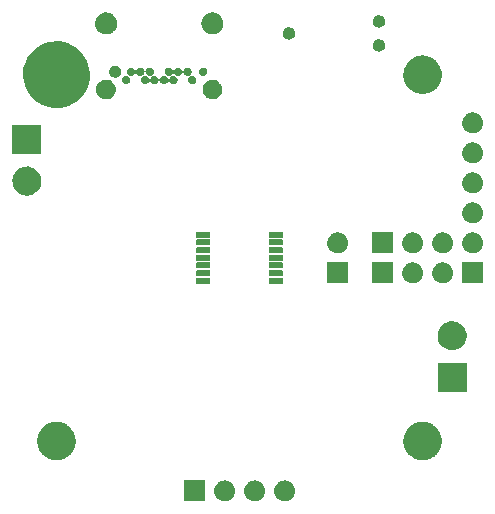
<source format=gbs>
G04 #@! TF.GenerationSoftware,KiCad,Pcbnew,(5.1.0-1390-gc38e9d5c4)*
G04 #@! TF.CreationDate,2019-08-14T17:07:38-04:00*
G04 #@! TF.ProjectId,stm32-nema17-servo,73746d33-322d-46e6-956d-6131372d7365,rev?*
G04 #@! TF.SameCoordinates,Original*
G04 #@! TF.FileFunction,Soldermask,Bot*
G04 #@! TF.FilePolarity,Negative*
%FSLAX46Y46*%
G04 Gerber Fmt 4.6, Leading zero omitted, Abs format (unit mm)*
G04 Created by KiCad (PCBNEW (5.1.0-1390-gc38e9d5c4)) date 2019-08-14 17:07:38*
%MOMM*%
%LPD*%
G04 APERTURE LIST*
%ADD10C,0.100000*%
G04 APERTURE END LIST*
D10*
G36*
X147039998Y-138854102D02*
G01*
X147040000Y-138854102D01*
X147049911Y-138856073D01*
X147058313Y-138861687D01*
X147063927Y-138870089D01*
X147065898Y-138880000D01*
X147066893Y-138885004D01*
X147066893Y-140574996D01*
X147065898Y-140579998D01*
X147065898Y-140580000D01*
X147063927Y-140589911D01*
X147058313Y-140598313D01*
X147049911Y-140603927D01*
X147040000Y-140605898D01*
X147039998Y-140605898D01*
X147034996Y-140606893D01*
X145345004Y-140606893D01*
X145340002Y-140605898D01*
X145340000Y-140605898D01*
X145330089Y-140603927D01*
X145321687Y-140598313D01*
X145316073Y-140589911D01*
X145314102Y-140580000D01*
X145314102Y-140579998D01*
X145313107Y-140574996D01*
X145313107Y-138885004D01*
X145314102Y-138880000D01*
X145316073Y-138870089D01*
X145321687Y-138861687D01*
X145330089Y-138856073D01*
X145340000Y-138854102D01*
X145340002Y-138854102D01*
X145345004Y-138853107D01*
X147034996Y-138853107D01*
X147039998Y-138854102D01*
X147039998Y-138854102D01*
G37*
G36*
X153993008Y-138869014D02*
G01*
X154060287Y-138890874D01*
X154093775Y-138896418D01*
X154131520Y-138914019D01*
X154168022Y-138925879D01*
X154214502Y-138952714D01*
X154266154Y-138976800D01*
X154296790Y-139000223D01*
X154327380Y-139017884D01*
X154369534Y-139055840D01*
X154417252Y-139092323D01*
X154440165Y-139119437D01*
X154464132Y-139141017D01*
X154499257Y-139189363D01*
X154540018Y-139237597D01*
X154555143Y-139266284D01*
X154572293Y-139289889D01*
X154597835Y-139347256D01*
X154628725Y-139405844D01*
X154636519Y-139434141D01*
X154647140Y-139457995D01*
X154660828Y-139522391D01*
X154679234Y-139589215D01*
X154680609Y-139615459D01*
X154685399Y-139637993D01*
X154685399Y-139706854D01*
X154689188Y-139779154D01*
X154685399Y-139802041D01*
X154685399Y-139822007D01*
X154670451Y-139892332D01*
X154658123Y-139966800D01*
X154650653Y-139985475D01*
X154647140Y-140002005D01*
X154616669Y-140070444D01*
X154587489Y-140143398D01*
X154577913Y-140157489D01*
X154572293Y-140170111D01*
X154526509Y-140233128D01*
X154480581Y-140300709D01*
X154470444Y-140310295D01*
X154464132Y-140318983D01*
X154404028Y-140373102D01*
X154342386Y-140431393D01*
X154333077Y-140436986D01*
X154327380Y-140442116D01*
X154254801Y-140484020D01*
X154179353Y-140529353D01*
X154171986Y-140531832D01*
X154168022Y-140534121D01*
X154085915Y-140560799D01*
X153999088Y-140590020D01*
X153994421Y-140590527D01*
X153993008Y-140590986D01*
X153906402Y-140600089D01*
X153857509Y-140605400D01*
X153764132Y-140605400D01*
X153626992Y-140590986D01*
X153559713Y-140569126D01*
X153526225Y-140563582D01*
X153488480Y-140545981D01*
X153451978Y-140534121D01*
X153405498Y-140507286D01*
X153353846Y-140483200D01*
X153323210Y-140459777D01*
X153292620Y-140442116D01*
X153250466Y-140404160D01*
X153202748Y-140367677D01*
X153179835Y-140340563D01*
X153155868Y-140318983D01*
X153120743Y-140270637D01*
X153079982Y-140222403D01*
X153064857Y-140193716D01*
X153047707Y-140170111D01*
X153022165Y-140112744D01*
X152991275Y-140054156D01*
X152983481Y-140025859D01*
X152972860Y-140002005D01*
X152959172Y-139937609D01*
X152940766Y-139870785D01*
X152939391Y-139844541D01*
X152934601Y-139822007D01*
X152934601Y-139753146D01*
X152930812Y-139680846D01*
X152934601Y-139657959D01*
X152934601Y-139637993D01*
X152949549Y-139567668D01*
X152961877Y-139493200D01*
X152969347Y-139474525D01*
X152972860Y-139457995D01*
X153003331Y-139389556D01*
X153032511Y-139316602D01*
X153042087Y-139302511D01*
X153047707Y-139289889D01*
X153093491Y-139226872D01*
X153139419Y-139159291D01*
X153149556Y-139149705D01*
X153155868Y-139141017D01*
X153215972Y-139086898D01*
X153277614Y-139028607D01*
X153286923Y-139023014D01*
X153292620Y-139017884D01*
X153365199Y-138975980D01*
X153440647Y-138930647D01*
X153448014Y-138928168D01*
X153451978Y-138925879D01*
X153534085Y-138899201D01*
X153620912Y-138869980D01*
X153625579Y-138869473D01*
X153626992Y-138869014D01*
X153713598Y-138859911D01*
X153762491Y-138854600D01*
X153855868Y-138854600D01*
X153993008Y-138869014D01*
X153993008Y-138869014D01*
G37*
G36*
X151453008Y-138869014D02*
G01*
X151520287Y-138890874D01*
X151553775Y-138896418D01*
X151591520Y-138914019D01*
X151628022Y-138925879D01*
X151674502Y-138952714D01*
X151726154Y-138976800D01*
X151756790Y-139000223D01*
X151787380Y-139017884D01*
X151829534Y-139055840D01*
X151877252Y-139092323D01*
X151900165Y-139119437D01*
X151924132Y-139141017D01*
X151959257Y-139189363D01*
X152000018Y-139237597D01*
X152015143Y-139266284D01*
X152032293Y-139289889D01*
X152057835Y-139347256D01*
X152088725Y-139405844D01*
X152096519Y-139434141D01*
X152107140Y-139457995D01*
X152120828Y-139522391D01*
X152139234Y-139589215D01*
X152140609Y-139615459D01*
X152145399Y-139637993D01*
X152145399Y-139706854D01*
X152149188Y-139779154D01*
X152145399Y-139802041D01*
X152145399Y-139822007D01*
X152130451Y-139892332D01*
X152118123Y-139966800D01*
X152110653Y-139985475D01*
X152107140Y-140002005D01*
X152076669Y-140070444D01*
X152047489Y-140143398D01*
X152037913Y-140157489D01*
X152032293Y-140170111D01*
X151986509Y-140233128D01*
X151940581Y-140300709D01*
X151930444Y-140310295D01*
X151924132Y-140318983D01*
X151864028Y-140373102D01*
X151802386Y-140431393D01*
X151793077Y-140436986D01*
X151787380Y-140442116D01*
X151714801Y-140484020D01*
X151639353Y-140529353D01*
X151631986Y-140531832D01*
X151628022Y-140534121D01*
X151545915Y-140560799D01*
X151459088Y-140590020D01*
X151454421Y-140590527D01*
X151453008Y-140590986D01*
X151366402Y-140600089D01*
X151317509Y-140605400D01*
X151224132Y-140605400D01*
X151086992Y-140590986D01*
X151019713Y-140569126D01*
X150986225Y-140563582D01*
X150948480Y-140545981D01*
X150911978Y-140534121D01*
X150865498Y-140507286D01*
X150813846Y-140483200D01*
X150783210Y-140459777D01*
X150752620Y-140442116D01*
X150710466Y-140404160D01*
X150662748Y-140367677D01*
X150639835Y-140340563D01*
X150615868Y-140318983D01*
X150580743Y-140270637D01*
X150539982Y-140222403D01*
X150524857Y-140193716D01*
X150507707Y-140170111D01*
X150482165Y-140112744D01*
X150451275Y-140054156D01*
X150443481Y-140025859D01*
X150432860Y-140002005D01*
X150419172Y-139937609D01*
X150400766Y-139870785D01*
X150399391Y-139844541D01*
X150394601Y-139822007D01*
X150394601Y-139753146D01*
X150390812Y-139680846D01*
X150394601Y-139657959D01*
X150394601Y-139637993D01*
X150409549Y-139567668D01*
X150421877Y-139493200D01*
X150429347Y-139474525D01*
X150432860Y-139457995D01*
X150463331Y-139389556D01*
X150492511Y-139316602D01*
X150502087Y-139302511D01*
X150507707Y-139289889D01*
X150553491Y-139226872D01*
X150599419Y-139159291D01*
X150609556Y-139149705D01*
X150615868Y-139141017D01*
X150675972Y-139086898D01*
X150737614Y-139028607D01*
X150746923Y-139023014D01*
X150752620Y-139017884D01*
X150825199Y-138975980D01*
X150900647Y-138930647D01*
X150908014Y-138928168D01*
X150911978Y-138925879D01*
X150994085Y-138899201D01*
X151080912Y-138869980D01*
X151085579Y-138869473D01*
X151086992Y-138869014D01*
X151173598Y-138859911D01*
X151222491Y-138854600D01*
X151315868Y-138854600D01*
X151453008Y-138869014D01*
X151453008Y-138869014D01*
G37*
G36*
X148913008Y-138869014D02*
G01*
X148980287Y-138890874D01*
X149013775Y-138896418D01*
X149051520Y-138914019D01*
X149088022Y-138925879D01*
X149134502Y-138952714D01*
X149186154Y-138976800D01*
X149216790Y-139000223D01*
X149247380Y-139017884D01*
X149289534Y-139055840D01*
X149337252Y-139092323D01*
X149360165Y-139119437D01*
X149384132Y-139141017D01*
X149419257Y-139189363D01*
X149460018Y-139237597D01*
X149475143Y-139266284D01*
X149492293Y-139289889D01*
X149517835Y-139347256D01*
X149548725Y-139405844D01*
X149556519Y-139434141D01*
X149567140Y-139457995D01*
X149580828Y-139522391D01*
X149599234Y-139589215D01*
X149600609Y-139615459D01*
X149605399Y-139637993D01*
X149605399Y-139706854D01*
X149609188Y-139779154D01*
X149605399Y-139802041D01*
X149605399Y-139822007D01*
X149590451Y-139892332D01*
X149578123Y-139966800D01*
X149570653Y-139985475D01*
X149567140Y-140002005D01*
X149536669Y-140070444D01*
X149507489Y-140143398D01*
X149497913Y-140157489D01*
X149492293Y-140170111D01*
X149446509Y-140233128D01*
X149400581Y-140300709D01*
X149390444Y-140310295D01*
X149384132Y-140318983D01*
X149324028Y-140373102D01*
X149262386Y-140431393D01*
X149253077Y-140436986D01*
X149247380Y-140442116D01*
X149174801Y-140484020D01*
X149099353Y-140529353D01*
X149091986Y-140531832D01*
X149088022Y-140534121D01*
X149005915Y-140560799D01*
X148919088Y-140590020D01*
X148914421Y-140590527D01*
X148913008Y-140590986D01*
X148826402Y-140600089D01*
X148777509Y-140605400D01*
X148684132Y-140605400D01*
X148546992Y-140590986D01*
X148479713Y-140569126D01*
X148446225Y-140563582D01*
X148408480Y-140545981D01*
X148371978Y-140534121D01*
X148325498Y-140507286D01*
X148273846Y-140483200D01*
X148243210Y-140459777D01*
X148212620Y-140442116D01*
X148170466Y-140404160D01*
X148122748Y-140367677D01*
X148099835Y-140340563D01*
X148075868Y-140318983D01*
X148040743Y-140270637D01*
X147999982Y-140222403D01*
X147984857Y-140193716D01*
X147967707Y-140170111D01*
X147942165Y-140112744D01*
X147911275Y-140054156D01*
X147903481Y-140025859D01*
X147892860Y-140002005D01*
X147879172Y-139937609D01*
X147860766Y-139870785D01*
X147859391Y-139844541D01*
X147854601Y-139822007D01*
X147854601Y-139753146D01*
X147850812Y-139680846D01*
X147854601Y-139657959D01*
X147854601Y-139637993D01*
X147869549Y-139567668D01*
X147881877Y-139493200D01*
X147889347Y-139474525D01*
X147892860Y-139457995D01*
X147923331Y-139389556D01*
X147952511Y-139316602D01*
X147962087Y-139302511D01*
X147967707Y-139289889D01*
X148013491Y-139226872D01*
X148059419Y-139159291D01*
X148069556Y-139149705D01*
X148075868Y-139141017D01*
X148135972Y-139086898D01*
X148197614Y-139028607D01*
X148206923Y-139023014D01*
X148212620Y-139017884D01*
X148285199Y-138975980D01*
X148360647Y-138930647D01*
X148368014Y-138928168D01*
X148371978Y-138925879D01*
X148454085Y-138899201D01*
X148540912Y-138869980D01*
X148545579Y-138869473D01*
X148546992Y-138869014D01*
X148633598Y-138859911D01*
X148682491Y-138854600D01*
X148775868Y-138854600D01*
X148913008Y-138869014D01*
X148913008Y-138869014D01*
G37*
G36*
X134544940Y-133874600D02*
G01*
X134627922Y-133874600D01*
X134669986Y-133881262D01*
X134709957Y-133883392D01*
X134794635Y-133901005D01*
X134880615Y-133914623D01*
X134917100Y-133926478D01*
X134952073Y-133933752D01*
X135037311Y-133965536D01*
X135123937Y-133993683D01*
X135154352Y-134009180D01*
X135183789Y-134020157D01*
X135267209Y-134066684D01*
X135351895Y-134109833D01*
X135376083Y-134127407D01*
X135399758Y-134140611D01*
X135478848Y-134202070D01*
X135558877Y-134260214D01*
X135577017Y-134278354D01*
X135595027Y-134292349D01*
X135667210Y-134368547D01*
X135739786Y-134441123D01*
X135752371Y-134458445D01*
X135765102Y-134471884D01*
X135827804Y-134562270D01*
X135890167Y-134648105D01*
X135897961Y-134663401D01*
X135906057Y-134675072D01*
X135956804Y-134778888D01*
X136006317Y-134876063D01*
X136010306Y-134888340D01*
X136014657Y-134897241D01*
X136051134Y-135013994D01*
X136085377Y-135119385D01*
X136086731Y-135127934D01*
X136088405Y-135133292D01*
X136108470Y-135265187D01*
X136125400Y-135372078D01*
X136125400Y-135376475D01*
X136125486Y-135377040D01*
X136125400Y-135379937D01*
X136125400Y-135627922D01*
X136116342Y-135685111D01*
X136115332Y-135719143D01*
X136098357Y-135798661D01*
X136085377Y-135880615D01*
X136072216Y-135921120D01*
X136063859Y-135960269D01*
X136033217Y-136041147D01*
X136006317Y-136123937D01*
X135988900Y-136158120D01*
X135976244Y-136191525D01*
X135931516Y-136270742D01*
X135890167Y-136351895D01*
X135870104Y-136379509D01*
X135854659Y-136406864D01*
X135795653Y-136481983D01*
X135739786Y-136558877D01*
X135718648Y-136580015D01*
X135701898Y-136601339D01*
X135628811Y-136669852D01*
X135558877Y-136739786D01*
X135538122Y-136754865D01*
X135521481Y-136770465D01*
X135434930Y-136829838D01*
X135351895Y-136890167D01*
X135332817Y-136899888D01*
X135317557Y-136910356D01*
X135218480Y-136958145D01*
X135123937Y-137006317D01*
X135107613Y-137011621D01*
X135094813Y-137017795D01*
X134984314Y-137051683D01*
X134880615Y-137085377D01*
X134867863Y-137087397D01*
X134858390Y-137090302D01*
X134737376Y-137108064D01*
X134627922Y-137125400D01*
X134619265Y-137125400D01*
X134613719Y-137126214D01*
X134480411Y-137125400D01*
X134372078Y-137125400D01*
X134367734Y-137124712D01*
X134366428Y-137124704D01*
X134143631Y-137089217D01*
X134119385Y-137085377D01*
X134020623Y-137053287D01*
X133886687Y-137010414D01*
X133882949Y-137008554D01*
X133876063Y-137006317D01*
X133777261Y-136955975D01*
X133665274Y-136900262D01*
X133658352Y-136895388D01*
X133648105Y-136890167D01*
X133559205Y-136825578D01*
X133463072Y-136757889D01*
X133453862Y-136749041D01*
X133441123Y-136739786D01*
X133365355Y-136664018D01*
X133284737Y-136586573D01*
X133274354Y-136573017D01*
X133260214Y-136558877D01*
X133199182Y-136474873D01*
X133134364Y-136390248D01*
X133124083Y-136371509D01*
X133109833Y-136351895D01*
X133064356Y-136262642D01*
X133015415Y-136173434D01*
X133006610Y-136149307D01*
X132993683Y-136123937D01*
X132963919Y-136032332D01*
X132930635Y-135941133D01*
X132924733Y-135911731D01*
X132914623Y-135880615D01*
X132900167Y-135789346D01*
X132881966Y-135698669D01*
X132880381Y-135664421D01*
X132874600Y-135627922D01*
X132874600Y-135539512D01*
X132870533Y-135451636D01*
X132874600Y-135413264D01*
X132874600Y-135372078D01*
X132887795Y-135288771D01*
X132896597Y-135205720D01*
X132907520Y-135164231D01*
X132914623Y-135119385D01*
X132939418Y-135043075D01*
X132959559Y-134966572D01*
X132978351Y-134923250D01*
X132993683Y-134876063D01*
X133028236Y-134808250D01*
X133057969Y-134739704D01*
X133085395Y-134696068D01*
X133109833Y-134648105D01*
X133152130Y-134589888D01*
X133189561Y-134530333D01*
X133226100Y-134488077D01*
X133260214Y-134441123D01*
X133308163Y-134393174D01*
X133351316Y-134343269D01*
X133397115Y-134304222D01*
X133441123Y-134260214D01*
X133492601Y-134222813D01*
X133539505Y-134182824D01*
X133594380Y-134148866D01*
X133648105Y-134109833D01*
X133701058Y-134082852D01*
X133749790Y-134052696D01*
X133813185Y-134025721D01*
X133876063Y-133993683D01*
X133928580Y-133976619D01*
X133977341Y-133955871D01*
X134048329Y-133937710D01*
X134119385Y-133914623D01*
X134169770Y-133906643D01*
X134216922Y-133894580D01*
X134294193Y-133886936D01*
X134372078Y-133874600D01*
X134418890Y-133874600D01*
X134463014Y-133870235D01*
X134544940Y-133874600D01*
X134544940Y-133874600D01*
G37*
G36*
X165544940Y-133874600D02*
G01*
X165627922Y-133874600D01*
X165669986Y-133881262D01*
X165709957Y-133883392D01*
X165794635Y-133901005D01*
X165880615Y-133914623D01*
X165917100Y-133926478D01*
X165952073Y-133933752D01*
X166037311Y-133965536D01*
X166123937Y-133993683D01*
X166154352Y-134009180D01*
X166183789Y-134020157D01*
X166267209Y-134066684D01*
X166351895Y-134109833D01*
X166376083Y-134127407D01*
X166399758Y-134140611D01*
X166478848Y-134202070D01*
X166558877Y-134260214D01*
X166577017Y-134278354D01*
X166595027Y-134292349D01*
X166667210Y-134368547D01*
X166739786Y-134441123D01*
X166752371Y-134458445D01*
X166765102Y-134471884D01*
X166827804Y-134562270D01*
X166890167Y-134648105D01*
X166897961Y-134663401D01*
X166906057Y-134675072D01*
X166956804Y-134778888D01*
X167006317Y-134876063D01*
X167010306Y-134888340D01*
X167014657Y-134897241D01*
X167051134Y-135013994D01*
X167085377Y-135119385D01*
X167086731Y-135127934D01*
X167088405Y-135133292D01*
X167108470Y-135265187D01*
X167125400Y-135372078D01*
X167125400Y-135376475D01*
X167125486Y-135377040D01*
X167125400Y-135379937D01*
X167125400Y-135627922D01*
X167116342Y-135685111D01*
X167115332Y-135719143D01*
X167098357Y-135798661D01*
X167085377Y-135880615D01*
X167072216Y-135921120D01*
X167063859Y-135960269D01*
X167033217Y-136041147D01*
X167006317Y-136123937D01*
X166988900Y-136158120D01*
X166976244Y-136191525D01*
X166931516Y-136270742D01*
X166890167Y-136351895D01*
X166870104Y-136379509D01*
X166854659Y-136406864D01*
X166795653Y-136481983D01*
X166739786Y-136558877D01*
X166718648Y-136580015D01*
X166701898Y-136601339D01*
X166628811Y-136669852D01*
X166558877Y-136739786D01*
X166538122Y-136754865D01*
X166521481Y-136770465D01*
X166434930Y-136829838D01*
X166351895Y-136890167D01*
X166332817Y-136899888D01*
X166317557Y-136910356D01*
X166218480Y-136958145D01*
X166123937Y-137006317D01*
X166107613Y-137011621D01*
X166094813Y-137017795D01*
X165984314Y-137051683D01*
X165880615Y-137085377D01*
X165867863Y-137087397D01*
X165858390Y-137090302D01*
X165737376Y-137108064D01*
X165627922Y-137125400D01*
X165619265Y-137125400D01*
X165613719Y-137126214D01*
X165480411Y-137125400D01*
X165372078Y-137125400D01*
X165367734Y-137124712D01*
X165366428Y-137124704D01*
X165143631Y-137089217D01*
X165119385Y-137085377D01*
X165020623Y-137053287D01*
X164886687Y-137010414D01*
X164882949Y-137008554D01*
X164876063Y-137006317D01*
X164777261Y-136955975D01*
X164665274Y-136900262D01*
X164658352Y-136895388D01*
X164648105Y-136890167D01*
X164559205Y-136825578D01*
X164463072Y-136757889D01*
X164453862Y-136749041D01*
X164441123Y-136739786D01*
X164365355Y-136664018D01*
X164284737Y-136586573D01*
X164274354Y-136573017D01*
X164260214Y-136558877D01*
X164199182Y-136474873D01*
X164134364Y-136390248D01*
X164124083Y-136371509D01*
X164109833Y-136351895D01*
X164064356Y-136262642D01*
X164015415Y-136173434D01*
X164006610Y-136149307D01*
X163993683Y-136123937D01*
X163963919Y-136032332D01*
X163930635Y-135941133D01*
X163924733Y-135911731D01*
X163914623Y-135880615D01*
X163900167Y-135789346D01*
X163881966Y-135698669D01*
X163880381Y-135664421D01*
X163874600Y-135627922D01*
X163874600Y-135539512D01*
X163870533Y-135451636D01*
X163874600Y-135413264D01*
X163874600Y-135372078D01*
X163887795Y-135288771D01*
X163896597Y-135205720D01*
X163907520Y-135164231D01*
X163914623Y-135119385D01*
X163939418Y-135043075D01*
X163959559Y-134966572D01*
X163978351Y-134923250D01*
X163993683Y-134876063D01*
X164028236Y-134808250D01*
X164057969Y-134739704D01*
X164085395Y-134696068D01*
X164109833Y-134648105D01*
X164152130Y-134589888D01*
X164189561Y-134530333D01*
X164226100Y-134488077D01*
X164260214Y-134441123D01*
X164308163Y-134393174D01*
X164351316Y-134343269D01*
X164397115Y-134304222D01*
X164441123Y-134260214D01*
X164492601Y-134222813D01*
X164539505Y-134182824D01*
X164594380Y-134148866D01*
X164648105Y-134109833D01*
X164701058Y-134082852D01*
X164749790Y-134052696D01*
X164813185Y-134025721D01*
X164876063Y-133993683D01*
X164928580Y-133976619D01*
X164977341Y-133955871D01*
X165048329Y-133937710D01*
X165119385Y-133914623D01*
X165169770Y-133906643D01*
X165216922Y-133894580D01*
X165294193Y-133886936D01*
X165372078Y-133874600D01*
X165418890Y-133874600D01*
X165463014Y-133870235D01*
X165544940Y-133874600D01*
X165544940Y-133874600D01*
G37*
G36*
X169199998Y-128874102D02*
G01*
X169200000Y-128874102D01*
X169209911Y-128876073D01*
X169218313Y-128881687D01*
X169223927Y-128890089D01*
X169225898Y-128900000D01*
X169226893Y-128905004D01*
X169226893Y-131294996D01*
X169225898Y-131299998D01*
X169225898Y-131300000D01*
X169223927Y-131309911D01*
X169218313Y-131318313D01*
X169209911Y-131323927D01*
X169200000Y-131325898D01*
X169199998Y-131325898D01*
X169194996Y-131326893D01*
X166805004Y-131326893D01*
X166800002Y-131325898D01*
X166800000Y-131325898D01*
X166790089Y-131323927D01*
X166781687Y-131318313D01*
X166776073Y-131309911D01*
X166774102Y-131300000D01*
X166774102Y-131299998D01*
X166773107Y-131294996D01*
X166773107Y-128905004D01*
X166774102Y-128900000D01*
X166776073Y-128890089D01*
X166781687Y-128881687D01*
X166790089Y-128876073D01*
X166800000Y-128874102D01*
X166800002Y-128874102D01*
X166805004Y-128873107D01*
X169194996Y-128873107D01*
X169199998Y-128874102D01*
X169199998Y-128874102D01*
G37*
G36*
X168287219Y-125403638D02*
G01*
X168494542Y-125473410D01*
X168686225Y-125578789D01*
X168856219Y-125716448D01*
X168999152Y-125882036D01*
X169110502Y-126070320D01*
X169186749Y-126275342D01*
X169225366Y-126489966D01*
X169225366Y-126489982D01*
X169225482Y-126490629D01*
X169218079Y-126773358D01*
X169217928Y-126774000D01*
X169217928Y-126774013D01*
X169168131Y-126986322D01*
X169081258Y-127187073D01*
X168960206Y-127369273D01*
X168808804Y-127527152D01*
X168631838Y-127655726D01*
X168434903Y-127750928D01*
X168224215Y-127809754D01*
X168006441Y-127830339D01*
X167788465Y-127812035D01*
X167577174Y-127755420D01*
X167379255Y-127662286D01*
X167200947Y-127535570D01*
X167047900Y-127379283D01*
X166924949Y-127198365D01*
X166835979Y-126998536D01*
X166783800Y-126786104D01*
X166770065Y-126567790D01*
X166795207Y-126350502D01*
X166858433Y-126141089D01*
X166957737Y-125946193D01*
X167089990Y-125771956D01*
X167251009Y-125623891D01*
X167435697Y-125506684D01*
X167638223Y-125424035D01*
X167852190Y-125378555D01*
X168070825Y-125371684D01*
X168287219Y-125403638D01*
X168287219Y-125403638D01*
G37*
G36*
X153560295Y-121699102D02*
G01*
X153560296Y-121699102D01*
X153583902Y-121703798D01*
X153614103Y-121709805D01*
X153659717Y-121740283D01*
X153690195Y-121785897D01*
X153701893Y-121844707D01*
X153701893Y-122055293D01*
X153690195Y-122114103D01*
X153659717Y-122159717D01*
X153614103Y-122190195D01*
X153583902Y-122196202D01*
X153560296Y-122200898D01*
X153560295Y-122200898D01*
X153555293Y-122201893D01*
X152530004Y-122201893D01*
X152525002Y-122200898D01*
X152525000Y-122200898D01*
X152515089Y-122198927D01*
X152506687Y-122193313D01*
X152501073Y-122184911D01*
X152499102Y-122175000D01*
X152499102Y-122174998D01*
X152498107Y-122169996D01*
X152498107Y-121730004D01*
X152499102Y-121725000D01*
X152501073Y-121715089D01*
X152506687Y-121706687D01*
X152515089Y-121701073D01*
X152525000Y-121699102D01*
X152525002Y-121699102D01*
X152530004Y-121698107D01*
X153555293Y-121698107D01*
X153560295Y-121699102D01*
X153560295Y-121699102D01*
G37*
G36*
X147474998Y-121699102D02*
G01*
X147475000Y-121699102D01*
X147484911Y-121701073D01*
X147493313Y-121706687D01*
X147498927Y-121715089D01*
X147500898Y-121725000D01*
X147501893Y-121730004D01*
X147501893Y-122169996D01*
X147500898Y-122174998D01*
X147500898Y-122175000D01*
X147498927Y-122184911D01*
X147493313Y-122193313D01*
X147484911Y-122198927D01*
X147475000Y-122200898D01*
X147474998Y-122200898D01*
X147469996Y-122201893D01*
X146444707Y-122201893D01*
X146439705Y-122200898D01*
X146439704Y-122200898D01*
X146416098Y-122196202D01*
X146385897Y-122190195D01*
X146340283Y-122159717D01*
X146309805Y-122114103D01*
X146298107Y-122055293D01*
X146298107Y-121844707D01*
X146309805Y-121785897D01*
X146340283Y-121740283D01*
X146385897Y-121709805D01*
X146416098Y-121703798D01*
X146439704Y-121699102D01*
X146439705Y-121699102D01*
X146444707Y-121698107D01*
X147469996Y-121698107D01*
X147474998Y-121699102D01*
X147474998Y-121699102D01*
G37*
G36*
X162959998Y-120394102D02*
G01*
X162960000Y-120394102D01*
X162969911Y-120396073D01*
X162978313Y-120401687D01*
X162983927Y-120410089D01*
X162984921Y-120415089D01*
X162986893Y-120425004D01*
X162986893Y-122114996D01*
X162985898Y-122119998D01*
X162985898Y-122120000D01*
X162983927Y-122129911D01*
X162978313Y-122138313D01*
X162969911Y-122143927D01*
X162960000Y-122145898D01*
X162959998Y-122145898D01*
X162954996Y-122146893D01*
X161265004Y-122146893D01*
X161260002Y-122145898D01*
X161260000Y-122145898D01*
X161250089Y-122143927D01*
X161241687Y-122138313D01*
X161236073Y-122129911D01*
X161234102Y-122120000D01*
X161234102Y-122119998D01*
X161233107Y-122114996D01*
X161233107Y-120425004D01*
X161235079Y-120415089D01*
X161236073Y-120410089D01*
X161241687Y-120401687D01*
X161250089Y-120396073D01*
X161260000Y-120394102D01*
X161260002Y-120394102D01*
X161265004Y-120393107D01*
X162954996Y-120393107D01*
X162959998Y-120394102D01*
X162959998Y-120394102D01*
G37*
G36*
X159149998Y-120394102D02*
G01*
X159150000Y-120394102D01*
X159159911Y-120396073D01*
X159168313Y-120401687D01*
X159173927Y-120410089D01*
X159174921Y-120415089D01*
X159176893Y-120425004D01*
X159176893Y-122114996D01*
X159175898Y-122119998D01*
X159175898Y-122120000D01*
X159173927Y-122129911D01*
X159168313Y-122138313D01*
X159159911Y-122143927D01*
X159150000Y-122145898D01*
X159149998Y-122145898D01*
X159144996Y-122146893D01*
X157455004Y-122146893D01*
X157450002Y-122145898D01*
X157450000Y-122145898D01*
X157440089Y-122143927D01*
X157431687Y-122138313D01*
X157426073Y-122129911D01*
X157424102Y-122120000D01*
X157424102Y-122119998D01*
X157423107Y-122114996D01*
X157423107Y-120425004D01*
X157425079Y-120415089D01*
X157426073Y-120410089D01*
X157431687Y-120401687D01*
X157440089Y-120396073D01*
X157450000Y-120394102D01*
X157450002Y-120394102D01*
X157455004Y-120393107D01*
X159144996Y-120393107D01*
X159149998Y-120394102D01*
X159149998Y-120394102D01*
G37*
G36*
X170579998Y-120394102D02*
G01*
X170580000Y-120394102D01*
X170589911Y-120396073D01*
X170598313Y-120401687D01*
X170603927Y-120410089D01*
X170604921Y-120415089D01*
X170606893Y-120425004D01*
X170606893Y-122114996D01*
X170605898Y-122119998D01*
X170605898Y-122120000D01*
X170603927Y-122129911D01*
X170598313Y-122138313D01*
X170589911Y-122143927D01*
X170580000Y-122145898D01*
X170579998Y-122145898D01*
X170574996Y-122146893D01*
X168885004Y-122146893D01*
X168880002Y-122145898D01*
X168880000Y-122145898D01*
X168870089Y-122143927D01*
X168861687Y-122138313D01*
X168856073Y-122129911D01*
X168854102Y-122120000D01*
X168854102Y-122119998D01*
X168853107Y-122114996D01*
X168853107Y-120425004D01*
X168855079Y-120415089D01*
X168856073Y-120410089D01*
X168861687Y-120401687D01*
X168870089Y-120396073D01*
X168880000Y-120394102D01*
X168880002Y-120394102D01*
X168885004Y-120393107D01*
X170574996Y-120393107D01*
X170579998Y-120394102D01*
X170579998Y-120394102D01*
G37*
G36*
X164833008Y-120409014D02*
G01*
X164900287Y-120430874D01*
X164933775Y-120436418D01*
X164971520Y-120454019D01*
X165008022Y-120465879D01*
X165054502Y-120492714D01*
X165106154Y-120516800D01*
X165136790Y-120540223D01*
X165167380Y-120557884D01*
X165209534Y-120595840D01*
X165257252Y-120632323D01*
X165280165Y-120659437D01*
X165304132Y-120681017D01*
X165339257Y-120729363D01*
X165380018Y-120777597D01*
X165395143Y-120806284D01*
X165412293Y-120829889D01*
X165437835Y-120887256D01*
X165468725Y-120945844D01*
X165476519Y-120974141D01*
X165487140Y-120997995D01*
X165500828Y-121062391D01*
X165519234Y-121129215D01*
X165520609Y-121155459D01*
X165525399Y-121177993D01*
X165525399Y-121246854D01*
X165529188Y-121319154D01*
X165525399Y-121342041D01*
X165525399Y-121362007D01*
X165510451Y-121432332D01*
X165498123Y-121506800D01*
X165490653Y-121525475D01*
X165487140Y-121542005D01*
X165456669Y-121610444D01*
X165427489Y-121683398D01*
X165417913Y-121697489D01*
X165412293Y-121710111D01*
X165366509Y-121773128D01*
X165320581Y-121840709D01*
X165310444Y-121850295D01*
X165304132Y-121858983D01*
X165244028Y-121913102D01*
X165182386Y-121971393D01*
X165173077Y-121976986D01*
X165167380Y-121982116D01*
X165094801Y-122024020D01*
X165019353Y-122069353D01*
X165011986Y-122071832D01*
X165008022Y-122074121D01*
X164925915Y-122100799D01*
X164839088Y-122130020D01*
X164834421Y-122130527D01*
X164833008Y-122130986D01*
X164746402Y-122140089D01*
X164697509Y-122145400D01*
X164604132Y-122145400D01*
X164466992Y-122130986D01*
X164399713Y-122109126D01*
X164366225Y-122103582D01*
X164328480Y-122085981D01*
X164291978Y-122074121D01*
X164245498Y-122047286D01*
X164193846Y-122023200D01*
X164163210Y-121999777D01*
X164132620Y-121982116D01*
X164090466Y-121944160D01*
X164042748Y-121907677D01*
X164019835Y-121880563D01*
X163995868Y-121858983D01*
X163960743Y-121810637D01*
X163919982Y-121762403D01*
X163904857Y-121733716D01*
X163887707Y-121710111D01*
X163862165Y-121652744D01*
X163831275Y-121594156D01*
X163823481Y-121565859D01*
X163812860Y-121542005D01*
X163799172Y-121477609D01*
X163780766Y-121410785D01*
X163779391Y-121384541D01*
X163774601Y-121362007D01*
X163774601Y-121293146D01*
X163770812Y-121220846D01*
X163774601Y-121197959D01*
X163774601Y-121177993D01*
X163789549Y-121107668D01*
X163801877Y-121033200D01*
X163809347Y-121014525D01*
X163812860Y-120997995D01*
X163843331Y-120929556D01*
X163872511Y-120856602D01*
X163882087Y-120842511D01*
X163887707Y-120829889D01*
X163933491Y-120766872D01*
X163979419Y-120699291D01*
X163989556Y-120689705D01*
X163995868Y-120681017D01*
X164055972Y-120626898D01*
X164117614Y-120568607D01*
X164126923Y-120563014D01*
X164132620Y-120557884D01*
X164205199Y-120515980D01*
X164280647Y-120470647D01*
X164288014Y-120468168D01*
X164291978Y-120465879D01*
X164374085Y-120439201D01*
X164460912Y-120409980D01*
X164465579Y-120409473D01*
X164466992Y-120409014D01*
X164553598Y-120399911D01*
X164602491Y-120394600D01*
X164695868Y-120394600D01*
X164833008Y-120409014D01*
X164833008Y-120409014D01*
G37*
G36*
X167373008Y-120409014D02*
G01*
X167440287Y-120430874D01*
X167473775Y-120436418D01*
X167511520Y-120454019D01*
X167548022Y-120465879D01*
X167594502Y-120492714D01*
X167646154Y-120516800D01*
X167676790Y-120540223D01*
X167707380Y-120557884D01*
X167749534Y-120595840D01*
X167797252Y-120632323D01*
X167820165Y-120659437D01*
X167844132Y-120681017D01*
X167879257Y-120729363D01*
X167920018Y-120777597D01*
X167935143Y-120806284D01*
X167952293Y-120829889D01*
X167977835Y-120887256D01*
X168008725Y-120945844D01*
X168016519Y-120974141D01*
X168027140Y-120997995D01*
X168040828Y-121062391D01*
X168059234Y-121129215D01*
X168060609Y-121155459D01*
X168065399Y-121177993D01*
X168065399Y-121246854D01*
X168069188Y-121319154D01*
X168065399Y-121342041D01*
X168065399Y-121362007D01*
X168050451Y-121432332D01*
X168038123Y-121506800D01*
X168030653Y-121525475D01*
X168027140Y-121542005D01*
X167996669Y-121610444D01*
X167967489Y-121683398D01*
X167957913Y-121697489D01*
X167952293Y-121710111D01*
X167906509Y-121773128D01*
X167860581Y-121840709D01*
X167850444Y-121850295D01*
X167844132Y-121858983D01*
X167784028Y-121913102D01*
X167722386Y-121971393D01*
X167713077Y-121976986D01*
X167707380Y-121982116D01*
X167634801Y-122024020D01*
X167559353Y-122069353D01*
X167551986Y-122071832D01*
X167548022Y-122074121D01*
X167465915Y-122100799D01*
X167379088Y-122130020D01*
X167374421Y-122130527D01*
X167373008Y-122130986D01*
X167286402Y-122140089D01*
X167237509Y-122145400D01*
X167144132Y-122145400D01*
X167006992Y-122130986D01*
X166939713Y-122109126D01*
X166906225Y-122103582D01*
X166868480Y-122085981D01*
X166831978Y-122074121D01*
X166785498Y-122047286D01*
X166733846Y-122023200D01*
X166703210Y-121999777D01*
X166672620Y-121982116D01*
X166630466Y-121944160D01*
X166582748Y-121907677D01*
X166559835Y-121880563D01*
X166535868Y-121858983D01*
X166500743Y-121810637D01*
X166459982Y-121762403D01*
X166444857Y-121733716D01*
X166427707Y-121710111D01*
X166402165Y-121652744D01*
X166371275Y-121594156D01*
X166363481Y-121565859D01*
X166352860Y-121542005D01*
X166339172Y-121477609D01*
X166320766Y-121410785D01*
X166319391Y-121384541D01*
X166314601Y-121362007D01*
X166314601Y-121293146D01*
X166310812Y-121220846D01*
X166314601Y-121197959D01*
X166314601Y-121177993D01*
X166329549Y-121107668D01*
X166341877Y-121033200D01*
X166349347Y-121014525D01*
X166352860Y-120997995D01*
X166383331Y-120929556D01*
X166412511Y-120856602D01*
X166422087Y-120842511D01*
X166427707Y-120829889D01*
X166473491Y-120766872D01*
X166519419Y-120699291D01*
X166529556Y-120689705D01*
X166535868Y-120681017D01*
X166595972Y-120626898D01*
X166657614Y-120568607D01*
X166666923Y-120563014D01*
X166672620Y-120557884D01*
X166745199Y-120515980D01*
X166820647Y-120470647D01*
X166828014Y-120468168D01*
X166831978Y-120465879D01*
X166914085Y-120439201D01*
X167000912Y-120409980D01*
X167005579Y-120409473D01*
X167006992Y-120409014D01*
X167093598Y-120399911D01*
X167142491Y-120394600D01*
X167235868Y-120394600D01*
X167373008Y-120409014D01*
X167373008Y-120409014D01*
G37*
G36*
X153560295Y-121049102D02*
G01*
X153560296Y-121049102D01*
X153583902Y-121053798D01*
X153614103Y-121059805D01*
X153659717Y-121090283D01*
X153690195Y-121135897D01*
X153701893Y-121194707D01*
X153701893Y-121405293D01*
X153690195Y-121464103D01*
X153659717Y-121509717D01*
X153614103Y-121540195D01*
X153583902Y-121546202D01*
X153560296Y-121550898D01*
X153560295Y-121550898D01*
X153555293Y-121551893D01*
X152530004Y-121551893D01*
X152525002Y-121550898D01*
X152525000Y-121550898D01*
X152515089Y-121548927D01*
X152506687Y-121543313D01*
X152501073Y-121534911D01*
X152499102Y-121525000D01*
X152499102Y-121524998D01*
X152498107Y-121519996D01*
X152498107Y-121080004D01*
X152499102Y-121075000D01*
X152501073Y-121065089D01*
X152506687Y-121056687D01*
X152515089Y-121051073D01*
X152525000Y-121049102D01*
X152525002Y-121049102D01*
X152530004Y-121048107D01*
X153555293Y-121048107D01*
X153560295Y-121049102D01*
X153560295Y-121049102D01*
G37*
G36*
X147474998Y-121049102D02*
G01*
X147475000Y-121049102D01*
X147484911Y-121051073D01*
X147493313Y-121056687D01*
X147498927Y-121065089D01*
X147500898Y-121075000D01*
X147501893Y-121080004D01*
X147501893Y-121519996D01*
X147500898Y-121524998D01*
X147500898Y-121525000D01*
X147498927Y-121534911D01*
X147493313Y-121543313D01*
X147484911Y-121548927D01*
X147475000Y-121550898D01*
X147474998Y-121550898D01*
X147469996Y-121551893D01*
X146444707Y-121551893D01*
X146439705Y-121550898D01*
X146439704Y-121550898D01*
X146416098Y-121546202D01*
X146385897Y-121540195D01*
X146340283Y-121509717D01*
X146309805Y-121464103D01*
X146298107Y-121405293D01*
X146298107Y-121194707D01*
X146309805Y-121135897D01*
X146340283Y-121090283D01*
X146385897Y-121059805D01*
X146416098Y-121053798D01*
X146439704Y-121049102D01*
X146439705Y-121049102D01*
X146444707Y-121048107D01*
X147469996Y-121048107D01*
X147474998Y-121049102D01*
X147474998Y-121049102D01*
G37*
G36*
X153560295Y-120399102D02*
G01*
X153560296Y-120399102D01*
X153573291Y-120401687D01*
X153614103Y-120409805D01*
X153659717Y-120440283D01*
X153690195Y-120485897D01*
X153701893Y-120544707D01*
X153701893Y-120755293D01*
X153700898Y-120760295D01*
X153700898Y-120760296D01*
X153696202Y-120783902D01*
X153690195Y-120814103D01*
X153659717Y-120859717D01*
X153614103Y-120890195D01*
X153583902Y-120896202D01*
X153560296Y-120900898D01*
X153560295Y-120900898D01*
X153555293Y-120901893D01*
X152530004Y-120901893D01*
X152525002Y-120900898D01*
X152525000Y-120900898D01*
X152515089Y-120898927D01*
X152506687Y-120893313D01*
X152501073Y-120884911D01*
X152499102Y-120875000D01*
X152499102Y-120874998D01*
X152498107Y-120869996D01*
X152498107Y-120430004D01*
X152499102Y-120425000D01*
X152501073Y-120415089D01*
X152506687Y-120406687D01*
X152515089Y-120401073D01*
X152525000Y-120399102D01*
X152525002Y-120399102D01*
X152530004Y-120398107D01*
X153555293Y-120398107D01*
X153560295Y-120399102D01*
X153560295Y-120399102D01*
G37*
G36*
X147474998Y-120399102D02*
G01*
X147475000Y-120399102D01*
X147484911Y-120401073D01*
X147493313Y-120406687D01*
X147498927Y-120415089D01*
X147500898Y-120425000D01*
X147501893Y-120430004D01*
X147501893Y-120869996D01*
X147500898Y-120874998D01*
X147500898Y-120875000D01*
X147498927Y-120884911D01*
X147493313Y-120893313D01*
X147484911Y-120898927D01*
X147475000Y-120900898D01*
X147474998Y-120900898D01*
X147469996Y-120901893D01*
X146444707Y-120901893D01*
X146439705Y-120900898D01*
X146439704Y-120900898D01*
X146416098Y-120896202D01*
X146385897Y-120890195D01*
X146340283Y-120859717D01*
X146309805Y-120814103D01*
X146303798Y-120783902D01*
X146299102Y-120760296D01*
X146299102Y-120760295D01*
X146298107Y-120755293D01*
X146298107Y-120544707D01*
X146309805Y-120485897D01*
X146340283Y-120440283D01*
X146385897Y-120409805D01*
X146426709Y-120401687D01*
X146439704Y-120399102D01*
X146439705Y-120399102D01*
X146444707Y-120398107D01*
X147469996Y-120398107D01*
X147474998Y-120399102D01*
X147474998Y-120399102D01*
G37*
G36*
X153560295Y-119749102D02*
G01*
X153560296Y-119749102D01*
X153583902Y-119753798D01*
X153614103Y-119759805D01*
X153659717Y-119790283D01*
X153690195Y-119835897D01*
X153701893Y-119894707D01*
X153701893Y-120105293D01*
X153690195Y-120164103D01*
X153659717Y-120209717D01*
X153614103Y-120240195D01*
X153583902Y-120246202D01*
X153560296Y-120250898D01*
X153560295Y-120250898D01*
X153555293Y-120251893D01*
X152530004Y-120251893D01*
X152525002Y-120250898D01*
X152525000Y-120250898D01*
X152515089Y-120248927D01*
X152506687Y-120243313D01*
X152501073Y-120234911D01*
X152499102Y-120225000D01*
X152499102Y-120224998D01*
X152498107Y-120219996D01*
X152498107Y-119780004D01*
X152499102Y-119775000D01*
X152501073Y-119765089D01*
X152506687Y-119756687D01*
X152515089Y-119751073D01*
X152525000Y-119749102D01*
X152525002Y-119749102D01*
X152530004Y-119748107D01*
X153555293Y-119748107D01*
X153560295Y-119749102D01*
X153560295Y-119749102D01*
G37*
G36*
X147474998Y-119749102D02*
G01*
X147475000Y-119749102D01*
X147484911Y-119751073D01*
X147493313Y-119756687D01*
X147498927Y-119765089D01*
X147500898Y-119775000D01*
X147501893Y-119780004D01*
X147501893Y-120219996D01*
X147500898Y-120224998D01*
X147500898Y-120225000D01*
X147498927Y-120234911D01*
X147493313Y-120243313D01*
X147484911Y-120248927D01*
X147475000Y-120250898D01*
X147474998Y-120250898D01*
X147469996Y-120251893D01*
X146444707Y-120251893D01*
X146439705Y-120250898D01*
X146439704Y-120250898D01*
X146416098Y-120246202D01*
X146385897Y-120240195D01*
X146340283Y-120209717D01*
X146309805Y-120164103D01*
X146298107Y-120105293D01*
X146298107Y-119894707D01*
X146309805Y-119835897D01*
X146340283Y-119790283D01*
X146385897Y-119759805D01*
X146416098Y-119753798D01*
X146439704Y-119749102D01*
X146439705Y-119749102D01*
X146444707Y-119748107D01*
X147469996Y-119748107D01*
X147474998Y-119749102D01*
X147474998Y-119749102D01*
G37*
G36*
X162959998Y-117854102D02*
G01*
X162960000Y-117854102D01*
X162969911Y-117856073D01*
X162978313Y-117861687D01*
X162983927Y-117870089D01*
X162985898Y-117880000D01*
X162986893Y-117885004D01*
X162986893Y-119574996D01*
X162985898Y-119579998D01*
X162985898Y-119580000D01*
X162983927Y-119589911D01*
X162978313Y-119598313D01*
X162969911Y-119603927D01*
X162960000Y-119605898D01*
X162959998Y-119605898D01*
X162954996Y-119606893D01*
X161265004Y-119606893D01*
X161260002Y-119605898D01*
X161260000Y-119605898D01*
X161250089Y-119603927D01*
X161241687Y-119598313D01*
X161236073Y-119589911D01*
X161234102Y-119580000D01*
X161234102Y-119579998D01*
X161233107Y-119574996D01*
X161233107Y-117885004D01*
X161234102Y-117880000D01*
X161236073Y-117870089D01*
X161241687Y-117861687D01*
X161250089Y-117856073D01*
X161260000Y-117854102D01*
X161260002Y-117854102D01*
X161265004Y-117853107D01*
X162954996Y-117853107D01*
X162959998Y-117854102D01*
X162959998Y-117854102D01*
G37*
G36*
X169913008Y-117869014D02*
G01*
X169980287Y-117890874D01*
X170013775Y-117896418D01*
X170051520Y-117914019D01*
X170088022Y-117925879D01*
X170134502Y-117952714D01*
X170186154Y-117976800D01*
X170216790Y-118000223D01*
X170247380Y-118017884D01*
X170289534Y-118055840D01*
X170337252Y-118092323D01*
X170360165Y-118119437D01*
X170384132Y-118141017D01*
X170419257Y-118189363D01*
X170460018Y-118237597D01*
X170475143Y-118266284D01*
X170492293Y-118289889D01*
X170517835Y-118347256D01*
X170548725Y-118405844D01*
X170556519Y-118434141D01*
X170567140Y-118457995D01*
X170580828Y-118522391D01*
X170599234Y-118589215D01*
X170600609Y-118615459D01*
X170605399Y-118637993D01*
X170605399Y-118706854D01*
X170609188Y-118779154D01*
X170605399Y-118802041D01*
X170605399Y-118822007D01*
X170590451Y-118892332D01*
X170578123Y-118966800D01*
X170570653Y-118985475D01*
X170567140Y-119002005D01*
X170536669Y-119070444D01*
X170507489Y-119143398D01*
X170497913Y-119157489D01*
X170492293Y-119170111D01*
X170446509Y-119233128D01*
X170400581Y-119300709D01*
X170390444Y-119310295D01*
X170384132Y-119318983D01*
X170324028Y-119373102D01*
X170262386Y-119431393D01*
X170253077Y-119436986D01*
X170247380Y-119442116D01*
X170174801Y-119484020D01*
X170099353Y-119529353D01*
X170091986Y-119531832D01*
X170088022Y-119534121D01*
X170005915Y-119560799D01*
X169919088Y-119590020D01*
X169914421Y-119590527D01*
X169913008Y-119590986D01*
X169826402Y-119600089D01*
X169777509Y-119605400D01*
X169684132Y-119605400D01*
X169546992Y-119590986D01*
X169479713Y-119569126D01*
X169446225Y-119563582D01*
X169408480Y-119545981D01*
X169371978Y-119534121D01*
X169325498Y-119507286D01*
X169273846Y-119483200D01*
X169243210Y-119459777D01*
X169212620Y-119442116D01*
X169170466Y-119404160D01*
X169122748Y-119367677D01*
X169099835Y-119340563D01*
X169075868Y-119318983D01*
X169040743Y-119270637D01*
X168999982Y-119222403D01*
X168984857Y-119193716D01*
X168967707Y-119170111D01*
X168942165Y-119112744D01*
X168911275Y-119054156D01*
X168903481Y-119025859D01*
X168892860Y-119002005D01*
X168879172Y-118937609D01*
X168860766Y-118870785D01*
X168859391Y-118844541D01*
X168854601Y-118822007D01*
X168854601Y-118753146D01*
X168850812Y-118680846D01*
X168854601Y-118657959D01*
X168854601Y-118637993D01*
X168869549Y-118567668D01*
X168881877Y-118493200D01*
X168889347Y-118474525D01*
X168892860Y-118457995D01*
X168923331Y-118389556D01*
X168952511Y-118316602D01*
X168962087Y-118302511D01*
X168967707Y-118289889D01*
X169013491Y-118226872D01*
X169059419Y-118159291D01*
X169069556Y-118149705D01*
X169075868Y-118141017D01*
X169135972Y-118086898D01*
X169197614Y-118028607D01*
X169206923Y-118023014D01*
X169212620Y-118017884D01*
X169285199Y-117975980D01*
X169360647Y-117930647D01*
X169368014Y-117928168D01*
X169371978Y-117925879D01*
X169454085Y-117899201D01*
X169540912Y-117869980D01*
X169545579Y-117869473D01*
X169546992Y-117869014D01*
X169633598Y-117859911D01*
X169682491Y-117854600D01*
X169775868Y-117854600D01*
X169913008Y-117869014D01*
X169913008Y-117869014D01*
G37*
G36*
X167373008Y-117869014D02*
G01*
X167440287Y-117890874D01*
X167473775Y-117896418D01*
X167511520Y-117914019D01*
X167548022Y-117925879D01*
X167594502Y-117952714D01*
X167646154Y-117976800D01*
X167676790Y-118000223D01*
X167707380Y-118017884D01*
X167749534Y-118055840D01*
X167797252Y-118092323D01*
X167820165Y-118119437D01*
X167844132Y-118141017D01*
X167879257Y-118189363D01*
X167920018Y-118237597D01*
X167935143Y-118266284D01*
X167952293Y-118289889D01*
X167977835Y-118347256D01*
X168008725Y-118405844D01*
X168016519Y-118434141D01*
X168027140Y-118457995D01*
X168040828Y-118522391D01*
X168059234Y-118589215D01*
X168060609Y-118615459D01*
X168065399Y-118637993D01*
X168065399Y-118706854D01*
X168069188Y-118779154D01*
X168065399Y-118802041D01*
X168065399Y-118822007D01*
X168050451Y-118892332D01*
X168038123Y-118966800D01*
X168030653Y-118985475D01*
X168027140Y-119002005D01*
X167996669Y-119070444D01*
X167967489Y-119143398D01*
X167957913Y-119157489D01*
X167952293Y-119170111D01*
X167906509Y-119233128D01*
X167860581Y-119300709D01*
X167850444Y-119310295D01*
X167844132Y-119318983D01*
X167784028Y-119373102D01*
X167722386Y-119431393D01*
X167713077Y-119436986D01*
X167707380Y-119442116D01*
X167634801Y-119484020D01*
X167559353Y-119529353D01*
X167551986Y-119531832D01*
X167548022Y-119534121D01*
X167465915Y-119560799D01*
X167379088Y-119590020D01*
X167374421Y-119590527D01*
X167373008Y-119590986D01*
X167286402Y-119600089D01*
X167237509Y-119605400D01*
X167144132Y-119605400D01*
X167006992Y-119590986D01*
X166939713Y-119569126D01*
X166906225Y-119563582D01*
X166868480Y-119545981D01*
X166831978Y-119534121D01*
X166785498Y-119507286D01*
X166733846Y-119483200D01*
X166703210Y-119459777D01*
X166672620Y-119442116D01*
X166630466Y-119404160D01*
X166582748Y-119367677D01*
X166559835Y-119340563D01*
X166535868Y-119318983D01*
X166500743Y-119270637D01*
X166459982Y-119222403D01*
X166444857Y-119193716D01*
X166427707Y-119170111D01*
X166402165Y-119112744D01*
X166371275Y-119054156D01*
X166363481Y-119025859D01*
X166352860Y-119002005D01*
X166339172Y-118937609D01*
X166320766Y-118870785D01*
X166319391Y-118844541D01*
X166314601Y-118822007D01*
X166314601Y-118753146D01*
X166310812Y-118680846D01*
X166314601Y-118657959D01*
X166314601Y-118637993D01*
X166329549Y-118567668D01*
X166341877Y-118493200D01*
X166349347Y-118474525D01*
X166352860Y-118457995D01*
X166383331Y-118389556D01*
X166412511Y-118316602D01*
X166422087Y-118302511D01*
X166427707Y-118289889D01*
X166473491Y-118226872D01*
X166519419Y-118159291D01*
X166529556Y-118149705D01*
X166535868Y-118141017D01*
X166595972Y-118086898D01*
X166657614Y-118028607D01*
X166666923Y-118023014D01*
X166672620Y-118017884D01*
X166745199Y-117975980D01*
X166820647Y-117930647D01*
X166828014Y-117928168D01*
X166831978Y-117925879D01*
X166914085Y-117899201D01*
X167000912Y-117869980D01*
X167005579Y-117869473D01*
X167006992Y-117869014D01*
X167093598Y-117859911D01*
X167142491Y-117854600D01*
X167235868Y-117854600D01*
X167373008Y-117869014D01*
X167373008Y-117869014D01*
G37*
G36*
X164833008Y-117869014D02*
G01*
X164900287Y-117890874D01*
X164933775Y-117896418D01*
X164971520Y-117914019D01*
X165008022Y-117925879D01*
X165054502Y-117952714D01*
X165106154Y-117976800D01*
X165136790Y-118000223D01*
X165167380Y-118017884D01*
X165209534Y-118055840D01*
X165257252Y-118092323D01*
X165280165Y-118119437D01*
X165304132Y-118141017D01*
X165339257Y-118189363D01*
X165380018Y-118237597D01*
X165395143Y-118266284D01*
X165412293Y-118289889D01*
X165437835Y-118347256D01*
X165468725Y-118405844D01*
X165476519Y-118434141D01*
X165487140Y-118457995D01*
X165500828Y-118522391D01*
X165519234Y-118589215D01*
X165520609Y-118615459D01*
X165525399Y-118637993D01*
X165525399Y-118706854D01*
X165529188Y-118779154D01*
X165525399Y-118802041D01*
X165525399Y-118822007D01*
X165510451Y-118892332D01*
X165498123Y-118966800D01*
X165490653Y-118985475D01*
X165487140Y-119002005D01*
X165456669Y-119070444D01*
X165427489Y-119143398D01*
X165417913Y-119157489D01*
X165412293Y-119170111D01*
X165366509Y-119233128D01*
X165320581Y-119300709D01*
X165310444Y-119310295D01*
X165304132Y-119318983D01*
X165244028Y-119373102D01*
X165182386Y-119431393D01*
X165173077Y-119436986D01*
X165167380Y-119442116D01*
X165094801Y-119484020D01*
X165019353Y-119529353D01*
X165011986Y-119531832D01*
X165008022Y-119534121D01*
X164925915Y-119560799D01*
X164839088Y-119590020D01*
X164834421Y-119590527D01*
X164833008Y-119590986D01*
X164746402Y-119600089D01*
X164697509Y-119605400D01*
X164604132Y-119605400D01*
X164466992Y-119590986D01*
X164399713Y-119569126D01*
X164366225Y-119563582D01*
X164328480Y-119545981D01*
X164291978Y-119534121D01*
X164245498Y-119507286D01*
X164193846Y-119483200D01*
X164163210Y-119459777D01*
X164132620Y-119442116D01*
X164090466Y-119404160D01*
X164042748Y-119367677D01*
X164019835Y-119340563D01*
X163995868Y-119318983D01*
X163960743Y-119270637D01*
X163919982Y-119222403D01*
X163904857Y-119193716D01*
X163887707Y-119170111D01*
X163862165Y-119112744D01*
X163831275Y-119054156D01*
X163823481Y-119025859D01*
X163812860Y-119002005D01*
X163799172Y-118937609D01*
X163780766Y-118870785D01*
X163779391Y-118844541D01*
X163774601Y-118822007D01*
X163774601Y-118753146D01*
X163770812Y-118680846D01*
X163774601Y-118657959D01*
X163774601Y-118637993D01*
X163789549Y-118567668D01*
X163801877Y-118493200D01*
X163809347Y-118474525D01*
X163812860Y-118457995D01*
X163843331Y-118389556D01*
X163872511Y-118316602D01*
X163882087Y-118302511D01*
X163887707Y-118289889D01*
X163933491Y-118226872D01*
X163979419Y-118159291D01*
X163989556Y-118149705D01*
X163995868Y-118141017D01*
X164055972Y-118086898D01*
X164117614Y-118028607D01*
X164126923Y-118023014D01*
X164132620Y-118017884D01*
X164205199Y-117975980D01*
X164280647Y-117930647D01*
X164288014Y-117928168D01*
X164291978Y-117925879D01*
X164374085Y-117899201D01*
X164460912Y-117869980D01*
X164465579Y-117869473D01*
X164466992Y-117869014D01*
X164553598Y-117859911D01*
X164602491Y-117854600D01*
X164695868Y-117854600D01*
X164833008Y-117869014D01*
X164833008Y-117869014D01*
G37*
G36*
X158483008Y-117869014D02*
G01*
X158550287Y-117890874D01*
X158583775Y-117896418D01*
X158621520Y-117914019D01*
X158658022Y-117925879D01*
X158704502Y-117952714D01*
X158756154Y-117976800D01*
X158786790Y-118000223D01*
X158817380Y-118017884D01*
X158859534Y-118055840D01*
X158907252Y-118092323D01*
X158930165Y-118119437D01*
X158954132Y-118141017D01*
X158989257Y-118189363D01*
X159030018Y-118237597D01*
X159045143Y-118266284D01*
X159062293Y-118289889D01*
X159087835Y-118347256D01*
X159118725Y-118405844D01*
X159126519Y-118434141D01*
X159137140Y-118457995D01*
X159150828Y-118522391D01*
X159169234Y-118589215D01*
X159170609Y-118615459D01*
X159175399Y-118637993D01*
X159175399Y-118706854D01*
X159179188Y-118779154D01*
X159175399Y-118802041D01*
X159175399Y-118822007D01*
X159160451Y-118892332D01*
X159148123Y-118966800D01*
X159140653Y-118985475D01*
X159137140Y-119002005D01*
X159106669Y-119070444D01*
X159077489Y-119143398D01*
X159067913Y-119157489D01*
X159062293Y-119170111D01*
X159016509Y-119233128D01*
X158970581Y-119300709D01*
X158960444Y-119310295D01*
X158954132Y-119318983D01*
X158894028Y-119373102D01*
X158832386Y-119431393D01*
X158823077Y-119436986D01*
X158817380Y-119442116D01*
X158744801Y-119484020D01*
X158669353Y-119529353D01*
X158661986Y-119531832D01*
X158658022Y-119534121D01*
X158575915Y-119560799D01*
X158489088Y-119590020D01*
X158484421Y-119590527D01*
X158483008Y-119590986D01*
X158396402Y-119600089D01*
X158347509Y-119605400D01*
X158254132Y-119605400D01*
X158116992Y-119590986D01*
X158049713Y-119569126D01*
X158016225Y-119563582D01*
X157978480Y-119545981D01*
X157941978Y-119534121D01*
X157895498Y-119507286D01*
X157843846Y-119483200D01*
X157813210Y-119459777D01*
X157782620Y-119442116D01*
X157740466Y-119404160D01*
X157692748Y-119367677D01*
X157669835Y-119340563D01*
X157645868Y-119318983D01*
X157610743Y-119270637D01*
X157569982Y-119222403D01*
X157554857Y-119193716D01*
X157537707Y-119170111D01*
X157512165Y-119112744D01*
X157481275Y-119054156D01*
X157473481Y-119025859D01*
X157462860Y-119002005D01*
X157449172Y-118937609D01*
X157430766Y-118870785D01*
X157429391Y-118844541D01*
X157424601Y-118822007D01*
X157424601Y-118753146D01*
X157420812Y-118680846D01*
X157424601Y-118657959D01*
X157424601Y-118637993D01*
X157439549Y-118567668D01*
X157451877Y-118493200D01*
X157459347Y-118474525D01*
X157462860Y-118457995D01*
X157493331Y-118389556D01*
X157522511Y-118316602D01*
X157532087Y-118302511D01*
X157537707Y-118289889D01*
X157583491Y-118226872D01*
X157629419Y-118159291D01*
X157639556Y-118149705D01*
X157645868Y-118141017D01*
X157705972Y-118086898D01*
X157767614Y-118028607D01*
X157776923Y-118023014D01*
X157782620Y-118017884D01*
X157855199Y-117975980D01*
X157930647Y-117930647D01*
X157938014Y-117928168D01*
X157941978Y-117925879D01*
X158024085Y-117899201D01*
X158110912Y-117869980D01*
X158115579Y-117869473D01*
X158116992Y-117869014D01*
X158203598Y-117859911D01*
X158252491Y-117854600D01*
X158345868Y-117854600D01*
X158483008Y-117869014D01*
X158483008Y-117869014D01*
G37*
G36*
X153560295Y-119099102D02*
G01*
X153560296Y-119099102D01*
X153583902Y-119103798D01*
X153614103Y-119109805D01*
X153659717Y-119140283D01*
X153690195Y-119185897D01*
X153690195Y-119185898D01*
X153697457Y-119222403D01*
X153701893Y-119244707D01*
X153701893Y-119455293D01*
X153690195Y-119514103D01*
X153659717Y-119559717D01*
X153614103Y-119590195D01*
X153583902Y-119596202D01*
X153560296Y-119600898D01*
X153560295Y-119600898D01*
X153555293Y-119601893D01*
X152530004Y-119601893D01*
X152525002Y-119600898D01*
X152525000Y-119600898D01*
X152515089Y-119598927D01*
X152506687Y-119593313D01*
X152501073Y-119584911D01*
X152499102Y-119575000D01*
X152499102Y-119574996D01*
X152498107Y-119569996D01*
X152498107Y-119130004D01*
X152499102Y-119125000D01*
X152501073Y-119115089D01*
X152506687Y-119106687D01*
X152515089Y-119101073D01*
X152525000Y-119099102D01*
X152525002Y-119099102D01*
X152530004Y-119098107D01*
X153555293Y-119098107D01*
X153560295Y-119099102D01*
X153560295Y-119099102D01*
G37*
G36*
X147474998Y-119099102D02*
G01*
X147475000Y-119099102D01*
X147484911Y-119101073D01*
X147493313Y-119106687D01*
X147498927Y-119115089D01*
X147500898Y-119125000D01*
X147501893Y-119130004D01*
X147501893Y-119569996D01*
X147500898Y-119574996D01*
X147500898Y-119575000D01*
X147498927Y-119584911D01*
X147493313Y-119593313D01*
X147484911Y-119598927D01*
X147475000Y-119600898D01*
X147474998Y-119600898D01*
X147469996Y-119601893D01*
X146444707Y-119601893D01*
X146439705Y-119600898D01*
X146439704Y-119600898D01*
X146416098Y-119596202D01*
X146385897Y-119590195D01*
X146340283Y-119559717D01*
X146309805Y-119514103D01*
X146298107Y-119455293D01*
X146298107Y-119244707D01*
X146302544Y-119222403D01*
X146309805Y-119185898D01*
X146309805Y-119185897D01*
X146340283Y-119140283D01*
X146385897Y-119109805D01*
X146416098Y-119103798D01*
X146439704Y-119099102D01*
X146439705Y-119099102D01*
X146444707Y-119098107D01*
X147469996Y-119098107D01*
X147474998Y-119099102D01*
X147474998Y-119099102D01*
G37*
G36*
X147474998Y-118449102D02*
G01*
X147475000Y-118449102D01*
X147484911Y-118451073D01*
X147493313Y-118456687D01*
X147498927Y-118465089D01*
X147500898Y-118475000D01*
X147501893Y-118480004D01*
X147501893Y-118919996D01*
X147500898Y-118924998D01*
X147500898Y-118925000D01*
X147498927Y-118934911D01*
X147493313Y-118943313D01*
X147484911Y-118948927D01*
X147475000Y-118950898D01*
X147474998Y-118950898D01*
X147469996Y-118951893D01*
X146444707Y-118951893D01*
X146439705Y-118950898D01*
X146439704Y-118950898D01*
X146416098Y-118946202D01*
X146385897Y-118940195D01*
X146340283Y-118909717D01*
X146309805Y-118864103D01*
X146298107Y-118805293D01*
X146298107Y-118594707D01*
X146309805Y-118535897D01*
X146340283Y-118490283D01*
X146385897Y-118459805D01*
X146416098Y-118453798D01*
X146439704Y-118449102D01*
X146439705Y-118449102D01*
X146444707Y-118448107D01*
X147469996Y-118448107D01*
X147474998Y-118449102D01*
X147474998Y-118449102D01*
G37*
G36*
X153560295Y-118449102D02*
G01*
X153560296Y-118449102D01*
X153583902Y-118453798D01*
X153614103Y-118459805D01*
X153659717Y-118490283D01*
X153690195Y-118535897D01*
X153701893Y-118594707D01*
X153701893Y-118805293D01*
X153690195Y-118864103D01*
X153659717Y-118909717D01*
X153614103Y-118940195D01*
X153583902Y-118946202D01*
X153560296Y-118950898D01*
X153560295Y-118950898D01*
X153555293Y-118951893D01*
X152530004Y-118951893D01*
X152525002Y-118950898D01*
X152525000Y-118950898D01*
X152515089Y-118948927D01*
X152506687Y-118943313D01*
X152501073Y-118934911D01*
X152499102Y-118925000D01*
X152499102Y-118924998D01*
X152498107Y-118919996D01*
X152498107Y-118480004D01*
X152499102Y-118475000D01*
X152501073Y-118465089D01*
X152506687Y-118456687D01*
X152515089Y-118451073D01*
X152525000Y-118449102D01*
X152525002Y-118449102D01*
X152530004Y-118448107D01*
X153555293Y-118448107D01*
X153560295Y-118449102D01*
X153560295Y-118449102D01*
G37*
G36*
X147474998Y-117799102D02*
G01*
X147475000Y-117799102D01*
X147484911Y-117801073D01*
X147493313Y-117806687D01*
X147498927Y-117815089D01*
X147500898Y-117825000D01*
X147501893Y-117830004D01*
X147501893Y-118269996D01*
X147500898Y-118274998D01*
X147500898Y-118275000D01*
X147498927Y-118284911D01*
X147493313Y-118293313D01*
X147484911Y-118298927D01*
X147475000Y-118300898D01*
X147474998Y-118300898D01*
X147469996Y-118301893D01*
X146444707Y-118301893D01*
X146439705Y-118300898D01*
X146439704Y-118300898D01*
X146416098Y-118296202D01*
X146385897Y-118290195D01*
X146340283Y-118259717D01*
X146309805Y-118214103D01*
X146298107Y-118155293D01*
X146298107Y-117944707D01*
X146309805Y-117885897D01*
X146340283Y-117840283D01*
X146385897Y-117809805D01*
X146416098Y-117803798D01*
X146439704Y-117799102D01*
X146439705Y-117799102D01*
X146444707Y-117798107D01*
X147469996Y-117798107D01*
X147474998Y-117799102D01*
X147474998Y-117799102D01*
G37*
G36*
X153560295Y-117799102D02*
G01*
X153560296Y-117799102D01*
X153583902Y-117803798D01*
X153614103Y-117809805D01*
X153659717Y-117840283D01*
X153690195Y-117885897D01*
X153701893Y-117944707D01*
X153701893Y-118155293D01*
X153690195Y-118214103D01*
X153659717Y-118259717D01*
X153614103Y-118290195D01*
X153583902Y-118296202D01*
X153560296Y-118300898D01*
X153560295Y-118300898D01*
X153555293Y-118301893D01*
X152530004Y-118301893D01*
X152525002Y-118300898D01*
X152525000Y-118300898D01*
X152515089Y-118298927D01*
X152506687Y-118293313D01*
X152501073Y-118284911D01*
X152499102Y-118275000D01*
X152499102Y-118274998D01*
X152498107Y-118269996D01*
X152498107Y-117830004D01*
X152499102Y-117825000D01*
X152501073Y-117815089D01*
X152506687Y-117806687D01*
X152515089Y-117801073D01*
X152525000Y-117799102D01*
X152525002Y-117799102D01*
X152530004Y-117798107D01*
X153555293Y-117798107D01*
X153560295Y-117799102D01*
X153560295Y-117799102D01*
G37*
G36*
X169913008Y-115329014D02*
G01*
X169980287Y-115350874D01*
X170013775Y-115356418D01*
X170051520Y-115374019D01*
X170088022Y-115385879D01*
X170134502Y-115412714D01*
X170186154Y-115436800D01*
X170216790Y-115460223D01*
X170247380Y-115477884D01*
X170289534Y-115515840D01*
X170337252Y-115552323D01*
X170360165Y-115579437D01*
X170384132Y-115601017D01*
X170419257Y-115649363D01*
X170460018Y-115697597D01*
X170475143Y-115726284D01*
X170492293Y-115749889D01*
X170517835Y-115807256D01*
X170548725Y-115865844D01*
X170556519Y-115894141D01*
X170567140Y-115917995D01*
X170580828Y-115982391D01*
X170599234Y-116049215D01*
X170600609Y-116075459D01*
X170605399Y-116097993D01*
X170605399Y-116166854D01*
X170609188Y-116239154D01*
X170605399Y-116262041D01*
X170605399Y-116282007D01*
X170590451Y-116352332D01*
X170578123Y-116426800D01*
X170570653Y-116445475D01*
X170567140Y-116462005D01*
X170536669Y-116530444D01*
X170507489Y-116603398D01*
X170497913Y-116617489D01*
X170492293Y-116630111D01*
X170446509Y-116693128D01*
X170400581Y-116760709D01*
X170390444Y-116770295D01*
X170384132Y-116778983D01*
X170324028Y-116833102D01*
X170262386Y-116891393D01*
X170253077Y-116896986D01*
X170247380Y-116902116D01*
X170174801Y-116944020D01*
X170099353Y-116989353D01*
X170091986Y-116991832D01*
X170088022Y-116994121D01*
X170005915Y-117020799D01*
X169919088Y-117050020D01*
X169914421Y-117050527D01*
X169913008Y-117050986D01*
X169826402Y-117060089D01*
X169777509Y-117065400D01*
X169684132Y-117065400D01*
X169546992Y-117050986D01*
X169479713Y-117029126D01*
X169446225Y-117023582D01*
X169408480Y-117005981D01*
X169371978Y-116994121D01*
X169325498Y-116967286D01*
X169273846Y-116943200D01*
X169243210Y-116919777D01*
X169212620Y-116902116D01*
X169170466Y-116864160D01*
X169122748Y-116827677D01*
X169099835Y-116800563D01*
X169075868Y-116778983D01*
X169040743Y-116730637D01*
X168999982Y-116682403D01*
X168984857Y-116653716D01*
X168967707Y-116630111D01*
X168942165Y-116572744D01*
X168911275Y-116514156D01*
X168903481Y-116485859D01*
X168892860Y-116462005D01*
X168879172Y-116397609D01*
X168860766Y-116330785D01*
X168859391Y-116304541D01*
X168854601Y-116282007D01*
X168854601Y-116213146D01*
X168850812Y-116140846D01*
X168854601Y-116117959D01*
X168854601Y-116097993D01*
X168869549Y-116027668D01*
X168881877Y-115953200D01*
X168889347Y-115934525D01*
X168892860Y-115917995D01*
X168923331Y-115849556D01*
X168952511Y-115776602D01*
X168962087Y-115762511D01*
X168967707Y-115749889D01*
X169013491Y-115686872D01*
X169059419Y-115619291D01*
X169069556Y-115609705D01*
X169075868Y-115601017D01*
X169135972Y-115546898D01*
X169197614Y-115488607D01*
X169206923Y-115483014D01*
X169212620Y-115477884D01*
X169285199Y-115435980D01*
X169360647Y-115390647D01*
X169368014Y-115388168D01*
X169371978Y-115385879D01*
X169454085Y-115359201D01*
X169540912Y-115329980D01*
X169545579Y-115329473D01*
X169546992Y-115329014D01*
X169633598Y-115319911D01*
X169682491Y-115314600D01*
X169775868Y-115314600D01*
X169913008Y-115329014D01*
X169913008Y-115329014D01*
G37*
G36*
X132287219Y-112303638D02*
G01*
X132494542Y-112373410D01*
X132686225Y-112478789D01*
X132856219Y-112616448D01*
X132999152Y-112782036D01*
X133110502Y-112970320D01*
X133186749Y-113175342D01*
X133225366Y-113389966D01*
X133225366Y-113389982D01*
X133225482Y-113390629D01*
X133218079Y-113673358D01*
X133217928Y-113674000D01*
X133217928Y-113674013D01*
X133168131Y-113886322D01*
X133081258Y-114087073D01*
X132960206Y-114269273D01*
X132808804Y-114427152D01*
X132631838Y-114555726D01*
X132434903Y-114650928D01*
X132224215Y-114709754D01*
X132006441Y-114730339D01*
X131788465Y-114712035D01*
X131577174Y-114655420D01*
X131379255Y-114562286D01*
X131200947Y-114435570D01*
X131047900Y-114279283D01*
X130924949Y-114098365D01*
X130835979Y-113898536D01*
X130783800Y-113686104D01*
X130770065Y-113467790D01*
X130795207Y-113250502D01*
X130858433Y-113041089D01*
X130957737Y-112846193D01*
X131089990Y-112671956D01*
X131251009Y-112523891D01*
X131435697Y-112406684D01*
X131638223Y-112324035D01*
X131852190Y-112278555D01*
X132070825Y-112271684D01*
X132287219Y-112303638D01*
X132287219Y-112303638D01*
G37*
G36*
X169913008Y-112789014D02*
G01*
X169980287Y-112810874D01*
X170013775Y-112816418D01*
X170051520Y-112834019D01*
X170088022Y-112845879D01*
X170134502Y-112872714D01*
X170186154Y-112896800D01*
X170216790Y-112920223D01*
X170247380Y-112937884D01*
X170289534Y-112975840D01*
X170337252Y-113012323D01*
X170360165Y-113039437D01*
X170384132Y-113061017D01*
X170419257Y-113109363D01*
X170460018Y-113157597D01*
X170475143Y-113186284D01*
X170492293Y-113209889D01*
X170517835Y-113267256D01*
X170548725Y-113325844D01*
X170556519Y-113354141D01*
X170567140Y-113377995D01*
X170580828Y-113442391D01*
X170599234Y-113509215D01*
X170600609Y-113535459D01*
X170605399Y-113557993D01*
X170605399Y-113626854D01*
X170609188Y-113699154D01*
X170605399Y-113722041D01*
X170605399Y-113742007D01*
X170590451Y-113812332D01*
X170578123Y-113886800D01*
X170570653Y-113905475D01*
X170567140Y-113922005D01*
X170536669Y-113990444D01*
X170507489Y-114063398D01*
X170497913Y-114077489D01*
X170492293Y-114090111D01*
X170446509Y-114153128D01*
X170400581Y-114220709D01*
X170390444Y-114230295D01*
X170384132Y-114238983D01*
X170324028Y-114293102D01*
X170262386Y-114351393D01*
X170253077Y-114356986D01*
X170247380Y-114362116D01*
X170174801Y-114404020D01*
X170099353Y-114449353D01*
X170091986Y-114451832D01*
X170088022Y-114454121D01*
X170005915Y-114480799D01*
X169919088Y-114510020D01*
X169914421Y-114510527D01*
X169913008Y-114510986D01*
X169826402Y-114520089D01*
X169777509Y-114525400D01*
X169684132Y-114525400D01*
X169546992Y-114510986D01*
X169479713Y-114489126D01*
X169446225Y-114483582D01*
X169408480Y-114465981D01*
X169371978Y-114454121D01*
X169325498Y-114427286D01*
X169273846Y-114403200D01*
X169243210Y-114379777D01*
X169212620Y-114362116D01*
X169170466Y-114324160D01*
X169122748Y-114287677D01*
X169099835Y-114260563D01*
X169075868Y-114238983D01*
X169040743Y-114190637D01*
X168999982Y-114142403D01*
X168984857Y-114113716D01*
X168967707Y-114090111D01*
X168942165Y-114032744D01*
X168911275Y-113974156D01*
X168903481Y-113945859D01*
X168892860Y-113922005D01*
X168879172Y-113857609D01*
X168860766Y-113790785D01*
X168859391Y-113764541D01*
X168854601Y-113742007D01*
X168854601Y-113673146D01*
X168850812Y-113600846D01*
X168854601Y-113577959D01*
X168854601Y-113557993D01*
X168869549Y-113487668D01*
X168881877Y-113413200D01*
X168889347Y-113394525D01*
X168892860Y-113377995D01*
X168923331Y-113309556D01*
X168952511Y-113236602D01*
X168962087Y-113222511D01*
X168967707Y-113209889D01*
X169013491Y-113146872D01*
X169059419Y-113079291D01*
X169069556Y-113069705D01*
X169075868Y-113061017D01*
X169135972Y-113006898D01*
X169197614Y-112948607D01*
X169206923Y-112943014D01*
X169212620Y-112937884D01*
X169285199Y-112895980D01*
X169360647Y-112850647D01*
X169368014Y-112848168D01*
X169371978Y-112845879D01*
X169454085Y-112819201D01*
X169540912Y-112789980D01*
X169545579Y-112789473D01*
X169546992Y-112789014D01*
X169633598Y-112779911D01*
X169682491Y-112774600D01*
X169775868Y-112774600D01*
X169913008Y-112789014D01*
X169913008Y-112789014D01*
G37*
G36*
X169913008Y-110249014D02*
G01*
X169980287Y-110270874D01*
X170013775Y-110276418D01*
X170051520Y-110294019D01*
X170088022Y-110305879D01*
X170134502Y-110332714D01*
X170186154Y-110356800D01*
X170216790Y-110380223D01*
X170247380Y-110397884D01*
X170289534Y-110435840D01*
X170337252Y-110472323D01*
X170360165Y-110499437D01*
X170384132Y-110521017D01*
X170419257Y-110569363D01*
X170460018Y-110617597D01*
X170475143Y-110646284D01*
X170492293Y-110669889D01*
X170517835Y-110727256D01*
X170548725Y-110785844D01*
X170556519Y-110814141D01*
X170567140Y-110837995D01*
X170580828Y-110902391D01*
X170599234Y-110969215D01*
X170600609Y-110995459D01*
X170605399Y-111017993D01*
X170605399Y-111086854D01*
X170609188Y-111159154D01*
X170605399Y-111182041D01*
X170605399Y-111202007D01*
X170590451Y-111272332D01*
X170578123Y-111346800D01*
X170570653Y-111365475D01*
X170567140Y-111382005D01*
X170536669Y-111450444D01*
X170507489Y-111523398D01*
X170497913Y-111537489D01*
X170492293Y-111550111D01*
X170446509Y-111613128D01*
X170400581Y-111680709D01*
X170390444Y-111690295D01*
X170384132Y-111698983D01*
X170324028Y-111753102D01*
X170262386Y-111811393D01*
X170253077Y-111816986D01*
X170247380Y-111822116D01*
X170174801Y-111864020D01*
X170099353Y-111909353D01*
X170091986Y-111911832D01*
X170088022Y-111914121D01*
X170005915Y-111940799D01*
X169919088Y-111970020D01*
X169914421Y-111970527D01*
X169913008Y-111970986D01*
X169826402Y-111980089D01*
X169777509Y-111985400D01*
X169684132Y-111985400D01*
X169546992Y-111970986D01*
X169479713Y-111949126D01*
X169446225Y-111943582D01*
X169408480Y-111925981D01*
X169371978Y-111914121D01*
X169325498Y-111887286D01*
X169273846Y-111863200D01*
X169243210Y-111839777D01*
X169212620Y-111822116D01*
X169170466Y-111784160D01*
X169122748Y-111747677D01*
X169099835Y-111720563D01*
X169075868Y-111698983D01*
X169040743Y-111650637D01*
X168999982Y-111602403D01*
X168984857Y-111573716D01*
X168967707Y-111550111D01*
X168942165Y-111492744D01*
X168911275Y-111434156D01*
X168903481Y-111405859D01*
X168892860Y-111382005D01*
X168879172Y-111317609D01*
X168860766Y-111250785D01*
X168859391Y-111224541D01*
X168854601Y-111202007D01*
X168854601Y-111133146D01*
X168850812Y-111060846D01*
X168854601Y-111037959D01*
X168854601Y-111017993D01*
X168869549Y-110947668D01*
X168881877Y-110873200D01*
X168889347Y-110854525D01*
X168892860Y-110837995D01*
X168923331Y-110769556D01*
X168952511Y-110696602D01*
X168962087Y-110682511D01*
X168967707Y-110669889D01*
X169013491Y-110606872D01*
X169059419Y-110539291D01*
X169069556Y-110529705D01*
X169075868Y-110521017D01*
X169135972Y-110466898D01*
X169197614Y-110408607D01*
X169206923Y-110403014D01*
X169212620Y-110397884D01*
X169285199Y-110355980D01*
X169360647Y-110310647D01*
X169368014Y-110308168D01*
X169371978Y-110305879D01*
X169454085Y-110279201D01*
X169540912Y-110249980D01*
X169545579Y-110249473D01*
X169546992Y-110249014D01*
X169633598Y-110239911D01*
X169682491Y-110234600D01*
X169775868Y-110234600D01*
X169913008Y-110249014D01*
X169913008Y-110249014D01*
G37*
G36*
X133199998Y-108774102D02*
G01*
X133200000Y-108774102D01*
X133209911Y-108776073D01*
X133218313Y-108781687D01*
X133223927Y-108790089D01*
X133225898Y-108800000D01*
X133226893Y-108805004D01*
X133226893Y-111194996D01*
X133225898Y-111199998D01*
X133225898Y-111200000D01*
X133223927Y-111209911D01*
X133218313Y-111218313D01*
X133209911Y-111223927D01*
X133200000Y-111225898D01*
X133199998Y-111225898D01*
X133194996Y-111226893D01*
X130805004Y-111226893D01*
X130800002Y-111225898D01*
X130800000Y-111225898D01*
X130790089Y-111223927D01*
X130781687Y-111218313D01*
X130776073Y-111209911D01*
X130774102Y-111200000D01*
X130774102Y-111199998D01*
X130773107Y-111194996D01*
X130773107Y-108805004D01*
X130774102Y-108800000D01*
X130776073Y-108790089D01*
X130781687Y-108781687D01*
X130790089Y-108776073D01*
X130800000Y-108774102D01*
X130800002Y-108774102D01*
X130805004Y-108773107D01*
X133194996Y-108773107D01*
X133199998Y-108774102D01*
X133199998Y-108774102D01*
G37*
G36*
X169913008Y-107709014D02*
G01*
X169980287Y-107730874D01*
X170013775Y-107736418D01*
X170051520Y-107754019D01*
X170088022Y-107765879D01*
X170134502Y-107792714D01*
X170186154Y-107816800D01*
X170216790Y-107840223D01*
X170247380Y-107857884D01*
X170289534Y-107895840D01*
X170337252Y-107932323D01*
X170360165Y-107959437D01*
X170384132Y-107981017D01*
X170419257Y-108029363D01*
X170460018Y-108077597D01*
X170475143Y-108106284D01*
X170492293Y-108129889D01*
X170517835Y-108187256D01*
X170548725Y-108245844D01*
X170556519Y-108274141D01*
X170567140Y-108297995D01*
X170580828Y-108362391D01*
X170599234Y-108429215D01*
X170600609Y-108455459D01*
X170605399Y-108477993D01*
X170605399Y-108546854D01*
X170609188Y-108619154D01*
X170605399Y-108642041D01*
X170605399Y-108662007D01*
X170590451Y-108732332D01*
X170578123Y-108806800D01*
X170570653Y-108825475D01*
X170567140Y-108842005D01*
X170536669Y-108910444D01*
X170507489Y-108983398D01*
X170497913Y-108997489D01*
X170492293Y-109010111D01*
X170446509Y-109073128D01*
X170400581Y-109140709D01*
X170390444Y-109150295D01*
X170384132Y-109158983D01*
X170324028Y-109213102D01*
X170262386Y-109271393D01*
X170253077Y-109276986D01*
X170247380Y-109282116D01*
X170174801Y-109324020D01*
X170099353Y-109369353D01*
X170091986Y-109371832D01*
X170088022Y-109374121D01*
X170005915Y-109400799D01*
X169919088Y-109430020D01*
X169914421Y-109430527D01*
X169913008Y-109430986D01*
X169826402Y-109440089D01*
X169777509Y-109445400D01*
X169684132Y-109445400D01*
X169546992Y-109430986D01*
X169479713Y-109409126D01*
X169446225Y-109403582D01*
X169408480Y-109385981D01*
X169371978Y-109374121D01*
X169325498Y-109347286D01*
X169273846Y-109323200D01*
X169243210Y-109299777D01*
X169212620Y-109282116D01*
X169170466Y-109244160D01*
X169122748Y-109207677D01*
X169099835Y-109180563D01*
X169075868Y-109158983D01*
X169040743Y-109110637D01*
X168999982Y-109062403D01*
X168984857Y-109033716D01*
X168967707Y-109010111D01*
X168942165Y-108952744D01*
X168911275Y-108894156D01*
X168903481Y-108865859D01*
X168892860Y-108842005D01*
X168879172Y-108777609D01*
X168860766Y-108710785D01*
X168859391Y-108684541D01*
X168854601Y-108662007D01*
X168854601Y-108593146D01*
X168850812Y-108520846D01*
X168854601Y-108497959D01*
X168854601Y-108477993D01*
X168869549Y-108407668D01*
X168881877Y-108333200D01*
X168889347Y-108314525D01*
X168892860Y-108297995D01*
X168923331Y-108229556D01*
X168952511Y-108156602D01*
X168962087Y-108142511D01*
X168967707Y-108129889D01*
X169013491Y-108066872D01*
X169059419Y-107999291D01*
X169069556Y-107989705D01*
X169075868Y-107981017D01*
X169135972Y-107926898D01*
X169197614Y-107868607D01*
X169206923Y-107863014D01*
X169212620Y-107857884D01*
X169285199Y-107815980D01*
X169360647Y-107770647D01*
X169368014Y-107768168D01*
X169371978Y-107765879D01*
X169454085Y-107739201D01*
X169540912Y-107709980D01*
X169545579Y-107709473D01*
X169546992Y-107709014D01*
X169633598Y-107699911D01*
X169682491Y-107694600D01*
X169775868Y-107694600D01*
X169913008Y-107709014D01*
X169913008Y-107709014D01*
G37*
G36*
X134810594Y-101686720D02*
G01*
X135136691Y-101742168D01*
X135454112Y-101835290D01*
X135758478Y-101964798D01*
X136045675Y-102128945D01*
X136311749Y-102325470D01*
X136553076Y-102551696D01*
X136766370Y-102804543D01*
X136948702Y-103080540D01*
X137097589Y-103375924D01*
X137210996Y-103686664D01*
X137287373Y-104008510D01*
X137325553Y-104335985D01*
X137325552Y-104336003D01*
X137325677Y-104337073D01*
X137300724Y-104908581D01*
X137300507Y-104909634D01*
X137300506Y-104909656D01*
X137233931Y-105232552D01*
X137129793Y-105546518D01*
X136989731Y-105846197D01*
X136815667Y-106127482D01*
X136609976Y-106386535D01*
X136375464Y-106619822D01*
X136115331Y-106824160D01*
X135833143Y-106996746D01*
X135532735Y-107135236D01*
X135218232Y-107237728D01*
X134893910Y-107302828D01*
X134564208Y-107329644D01*
X134233645Y-107317813D01*
X133906698Y-107267491D01*
X133587870Y-107179372D01*
X133281490Y-107054652D01*
X132991759Y-106895042D01*
X132722634Y-106702722D01*
X132477775Y-106480308D01*
X132260542Y-106230850D01*
X132073898Y-105957751D01*
X131920388Y-105664738D01*
X131802115Y-105355819D01*
X131720692Y-105035215D01*
X131677228Y-104707284D01*
X131672320Y-104376541D01*
X131706036Y-104047478D01*
X131777912Y-103724598D01*
X131886972Y-103412298D01*
X132031718Y-103114866D01*
X132210182Y-102836345D01*
X132419914Y-102580559D01*
X132658070Y-102350976D01*
X132921372Y-102150756D01*
X133206242Y-101982619D01*
X133508784Y-101848868D01*
X133824861Y-101751328D01*
X134150161Y-101691331D01*
X134480235Y-101669696D01*
X134810594Y-101686720D01*
X134810594Y-101686720D01*
G37*
G36*
X138835604Y-104930882D02*
G01*
X139008335Y-104979109D01*
X139166681Y-105063303D01*
X139222797Y-105111062D01*
X139303251Y-105179534D01*
X139377419Y-105277247D01*
X139411678Y-105322381D01*
X139427129Y-105355819D01*
X139486901Y-105485179D01*
X139525411Y-105660332D01*
X139524765Y-105845429D01*
X139488212Y-106006317D01*
X139485032Y-106020311D01*
X139408676Y-106182577D01*
X139299254Y-106324664D01*
X139161874Y-106439940D01*
X139002947Y-106523024D01*
X139002945Y-106523025D01*
X138916413Y-106546535D01*
X138829880Y-106570046D01*
X138650763Y-106578806D01*
X138650760Y-106578806D01*
X138473935Y-106548898D01*
X138307657Y-106481717D01*
X138246643Y-106439940D01*
X138159682Y-106380397D01*
X138036919Y-106249667D01*
X137945092Y-106095626D01*
X137941683Y-106085377D01*
X137888484Y-105925456D01*
X137869738Y-105747102D01*
X137869738Y-105747098D01*
X137889728Y-105568885D01*
X137947523Y-105399114D01*
X138040425Y-105245714D01*
X138164097Y-105115846D01*
X138312774Y-105015561D01*
X138457881Y-104958110D01*
X138479518Y-104949543D01*
X138656547Y-104920871D01*
X138656548Y-104920871D01*
X138835604Y-104930882D01*
X138835604Y-104930882D01*
G37*
G36*
X147835604Y-104930882D02*
G01*
X148008335Y-104979109D01*
X148166681Y-105063303D01*
X148222797Y-105111062D01*
X148303251Y-105179534D01*
X148377419Y-105277247D01*
X148411678Y-105322381D01*
X148427129Y-105355819D01*
X148486901Y-105485179D01*
X148525411Y-105660332D01*
X148524765Y-105845429D01*
X148488212Y-106006317D01*
X148485032Y-106020311D01*
X148408676Y-106182577D01*
X148299254Y-106324664D01*
X148161874Y-106439940D01*
X148002947Y-106523024D01*
X148002945Y-106523025D01*
X147916413Y-106546535D01*
X147829880Y-106570046D01*
X147650763Y-106578806D01*
X147650760Y-106578806D01*
X147473935Y-106548898D01*
X147307657Y-106481717D01*
X147246643Y-106439940D01*
X147159682Y-106380397D01*
X147036919Y-106249667D01*
X146945092Y-106095626D01*
X146941683Y-106085377D01*
X146888484Y-105925456D01*
X146869738Y-105747102D01*
X146869738Y-105747098D01*
X146889728Y-105568885D01*
X146947523Y-105399114D01*
X147040425Y-105245714D01*
X147164097Y-105115846D01*
X147312774Y-105015561D01*
X147457881Y-104958110D01*
X147479518Y-104949543D01*
X147656547Y-104920871D01*
X147656548Y-104920871D01*
X147835604Y-104930882D01*
X147835604Y-104930882D01*
G37*
G36*
X165544940Y-102874600D02*
G01*
X165627922Y-102874600D01*
X165669986Y-102881262D01*
X165709957Y-102883392D01*
X165794635Y-102901005D01*
X165880615Y-102914623D01*
X165917100Y-102926478D01*
X165952073Y-102933752D01*
X166037311Y-102965536D01*
X166123937Y-102993683D01*
X166154352Y-103009180D01*
X166183789Y-103020157D01*
X166267209Y-103066684D01*
X166351895Y-103109833D01*
X166376083Y-103127407D01*
X166399758Y-103140611D01*
X166478848Y-103202070D01*
X166558877Y-103260214D01*
X166577017Y-103278354D01*
X166595027Y-103292349D01*
X166667210Y-103368547D01*
X166739786Y-103441123D01*
X166752371Y-103458445D01*
X166765102Y-103471884D01*
X166827804Y-103562270D01*
X166890167Y-103648105D01*
X166897961Y-103663401D01*
X166906057Y-103675072D01*
X166956804Y-103778888D01*
X167006317Y-103876063D01*
X167010306Y-103888340D01*
X167014657Y-103897241D01*
X167051134Y-104013994D01*
X167085377Y-104119385D01*
X167086731Y-104127934D01*
X167088405Y-104133292D01*
X167108470Y-104265187D01*
X167125400Y-104372078D01*
X167125400Y-104376475D01*
X167125486Y-104377040D01*
X167125400Y-104379937D01*
X167125400Y-104627922D01*
X167116342Y-104685111D01*
X167115332Y-104719143D01*
X167098357Y-104798661D01*
X167085377Y-104880615D01*
X167072216Y-104921120D01*
X167063859Y-104960269D01*
X167033217Y-105041147D01*
X167006317Y-105123937D01*
X166988900Y-105158120D01*
X166976244Y-105191525D01*
X166931516Y-105270742D01*
X166890167Y-105351895D01*
X166870104Y-105379509D01*
X166854659Y-105406864D01*
X166795653Y-105481983D01*
X166739786Y-105558877D01*
X166718648Y-105580015D01*
X166701898Y-105601339D01*
X166628811Y-105669852D01*
X166558877Y-105739786D01*
X166538122Y-105754865D01*
X166521481Y-105770465D01*
X166434930Y-105829838D01*
X166351895Y-105890167D01*
X166332817Y-105899888D01*
X166317557Y-105910356D01*
X166218480Y-105958145D01*
X166123937Y-106006317D01*
X166107613Y-106011621D01*
X166094813Y-106017795D01*
X165984314Y-106051683D01*
X165880615Y-106085377D01*
X165867863Y-106087397D01*
X165858390Y-106090302D01*
X165737376Y-106108064D01*
X165627922Y-106125400D01*
X165619265Y-106125400D01*
X165613719Y-106126214D01*
X165480411Y-106125400D01*
X165372078Y-106125400D01*
X165367734Y-106124712D01*
X165366428Y-106124704D01*
X165143631Y-106089217D01*
X165119385Y-106085377D01*
X165020623Y-106053287D01*
X164886687Y-106010414D01*
X164882949Y-106008554D01*
X164876063Y-106006317D01*
X164777261Y-105955975D01*
X164665274Y-105900262D01*
X164658352Y-105895388D01*
X164648105Y-105890167D01*
X164559205Y-105825578D01*
X164463072Y-105757889D01*
X164453862Y-105749041D01*
X164441123Y-105739786D01*
X164365355Y-105664018D01*
X164284737Y-105586573D01*
X164274354Y-105573017D01*
X164260214Y-105558877D01*
X164199182Y-105474873D01*
X164134364Y-105390248D01*
X164124083Y-105371509D01*
X164109833Y-105351895D01*
X164064356Y-105262642D01*
X164015415Y-105173434D01*
X164006610Y-105149307D01*
X163993683Y-105123937D01*
X163963919Y-105032332D01*
X163930635Y-104941133D01*
X163924733Y-104911731D01*
X163914623Y-104880615D01*
X163900167Y-104789346D01*
X163881966Y-104698669D01*
X163880381Y-104664421D01*
X163874600Y-104627922D01*
X163874600Y-104539512D01*
X163870533Y-104451636D01*
X163874600Y-104413264D01*
X163874600Y-104372078D01*
X163887795Y-104288771D01*
X163896597Y-104205720D01*
X163907520Y-104164231D01*
X163914623Y-104119385D01*
X163939418Y-104043075D01*
X163959559Y-103966572D01*
X163978351Y-103923250D01*
X163993683Y-103876063D01*
X164028236Y-103808250D01*
X164057969Y-103739704D01*
X164085395Y-103696068D01*
X164109833Y-103648105D01*
X164152130Y-103589888D01*
X164189561Y-103530333D01*
X164226100Y-103488077D01*
X164260214Y-103441123D01*
X164308163Y-103393174D01*
X164351316Y-103343269D01*
X164397115Y-103304222D01*
X164441123Y-103260214D01*
X164492601Y-103222813D01*
X164539505Y-103182824D01*
X164594380Y-103148866D01*
X164648105Y-103109833D01*
X164701058Y-103082852D01*
X164749790Y-103052696D01*
X164813185Y-103025721D01*
X164876063Y-102993683D01*
X164928580Y-102976619D01*
X164977341Y-102955871D01*
X165048329Y-102937710D01*
X165119385Y-102914623D01*
X165169770Y-102906643D01*
X165216922Y-102894580D01*
X165294193Y-102886936D01*
X165372078Y-102874600D01*
X165418890Y-102874600D01*
X165463014Y-102870235D01*
X165544940Y-102874600D01*
X165544940Y-102874600D01*
G37*
G36*
X146044521Y-104599601D02*
G01*
X146055497Y-104599601D01*
X146097565Y-104613270D01*
X146143925Y-104625216D01*
X146153279Y-104631372D01*
X146161062Y-104633901D01*
X146198966Y-104661440D01*
X146241368Y-104689346D01*
X146246503Y-104695978D01*
X146250858Y-104699142D01*
X146279859Y-104739058D01*
X146312785Y-104781583D01*
X146314584Y-104786853D01*
X146316099Y-104788938D01*
X146331921Y-104837634D01*
X146350475Y-104891979D01*
X146350399Y-104900688D01*
X146350399Y-105005497D01*
X146349459Y-105008390D01*
X146349409Y-105014129D01*
X146331258Y-105064406D01*
X146316099Y-105111062D01*
X146312752Y-105115669D01*
X146309798Y-105123851D01*
X146278230Y-105163184D01*
X146250858Y-105200858D01*
X146243986Y-105205851D01*
X146236782Y-105214827D01*
X146196609Y-105240273D01*
X146161062Y-105266099D01*
X146150328Y-105269587D01*
X146138234Y-105277247D01*
X146094733Y-105287651D01*
X146055497Y-105300399D01*
X146041427Y-105300399D01*
X146024781Y-105304380D01*
X145983057Y-105300399D01*
X145944503Y-105300399D01*
X145928475Y-105295191D01*
X145908655Y-105293300D01*
X145873021Y-105277173D01*
X145838938Y-105266099D01*
X145823059Y-105254562D01*
X145802379Y-105245203D01*
X145775923Y-105220316D01*
X145749142Y-105200858D01*
X145735977Y-105182739D01*
X145717412Y-105165274D01*
X145701746Y-105135623D01*
X145683901Y-105111062D01*
X145676126Y-105087134D01*
X145662917Y-105062133D01*
X145658133Y-105031755D01*
X145649601Y-105005497D01*
X145649601Y-104977581D01*
X145644769Y-104946900D01*
X145649601Y-104919355D01*
X145649601Y-104894503D01*
X145659077Y-104865340D01*
X145664925Y-104832001D01*
X145677075Y-104809945D01*
X145683901Y-104788938D01*
X145703536Y-104761912D01*
X145721212Y-104729827D01*
X145737786Y-104714772D01*
X145749142Y-104699142D01*
X145778378Y-104677901D01*
X145807561Y-104651393D01*
X145814235Y-104648512D01*
X145822571Y-104633021D01*
X145834272Y-104635417D01*
X145875895Y-104621893D01*
X145914660Y-104605158D01*
X145931413Y-104603854D01*
X145944503Y-104599601D01*
X145986065Y-104599601D01*
X146030962Y-104596107D01*
X146044521Y-104599601D01*
X146044521Y-104599601D01*
G37*
G36*
X144444521Y-104599601D02*
G01*
X144455497Y-104599601D01*
X144497566Y-104613270D01*
X144543925Y-104625216D01*
X144553279Y-104631372D01*
X144565728Y-104635417D01*
X144579434Y-104633560D01*
X144588715Y-104653993D01*
X144598956Y-104661434D01*
X144641368Y-104689346D01*
X144646503Y-104695978D01*
X144650858Y-104699142D01*
X144679859Y-104739058D01*
X144712785Y-104781583D01*
X144714584Y-104786853D01*
X144716099Y-104788938D01*
X144731921Y-104837634D01*
X144750475Y-104891979D01*
X144750399Y-104900688D01*
X144750399Y-105005497D01*
X144749459Y-105008390D01*
X144749409Y-105014129D01*
X144731258Y-105064406D01*
X144716099Y-105111062D01*
X144712752Y-105115669D01*
X144709798Y-105123851D01*
X144678230Y-105163184D01*
X144650858Y-105200858D01*
X144643986Y-105205851D01*
X144636782Y-105214827D01*
X144596609Y-105240273D01*
X144561062Y-105266099D01*
X144550328Y-105269587D01*
X144538234Y-105277247D01*
X144494733Y-105287651D01*
X144455497Y-105300399D01*
X144441427Y-105300399D01*
X144424781Y-105304380D01*
X144383057Y-105300399D01*
X144344503Y-105300399D01*
X144328475Y-105295191D01*
X144308655Y-105293300D01*
X144273021Y-105277173D01*
X144238938Y-105266099D01*
X144223059Y-105254562D01*
X144202379Y-105245203D01*
X144175923Y-105220316D01*
X144149142Y-105200858D01*
X144135977Y-105182739D01*
X144117412Y-105165274D01*
X144101746Y-105135623D01*
X144083901Y-105111062D01*
X144076126Y-105087134D01*
X144062917Y-105062133D01*
X144058133Y-105031756D01*
X144048313Y-105001533D01*
X144017849Y-104969671D01*
X143973945Y-104973623D01*
X143951687Y-105001533D01*
X143949459Y-105008390D01*
X143949409Y-105014129D01*
X143931259Y-105064406D01*
X143916099Y-105111062D01*
X143912752Y-105115669D01*
X143909798Y-105123851D01*
X143878230Y-105163184D01*
X143850858Y-105200858D01*
X143843986Y-105205851D01*
X143836782Y-105214827D01*
X143796609Y-105240273D01*
X143761062Y-105266099D01*
X143750328Y-105269587D01*
X143738234Y-105277247D01*
X143694733Y-105287651D01*
X143655497Y-105300399D01*
X143641427Y-105300399D01*
X143624781Y-105304380D01*
X143583057Y-105300399D01*
X143544503Y-105300399D01*
X143528475Y-105295191D01*
X143508655Y-105293300D01*
X143473021Y-105277173D01*
X143438938Y-105266099D01*
X143423059Y-105254562D01*
X143402379Y-105245203D01*
X143375923Y-105220316D01*
X143349142Y-105200858D01*
X143335977Y-105182739D01*
X143317412Y-105165274D01*
X143301746Y-105135623D01*
X143283901Y-105111062D01*
X143276126Y-105087134D01*
X143262917Y-105062133D01*
X143258133Y-105031756D01*
X143248313Y-105001533D01*
X143217849Y-104969671D01*
X143173945Y-104973623D01*
X143151687Y-105001533D01*
X143149459Y-105008390D01*
X143149409Y-105014129D01*
X143131259Y-105064406D01*
X143116099Y-105111062D01*
X143112752Y-105115669D01*
X143109798Y-105123851D01*
X143078230Y-105163184D01*
X143050858Y-105200858D01*
X143043986Y-105205851D01*
X143036782Y-105214827D01*
X142996609Y-105240273D01*
X142961062Y-105266099D01*
X142950328Y-105269587D01*
X142938234Y-105277247D01*
X142894733Y-105287651D01*
X142855497Y-105300399D01*
X142841427Y-105300399D01*
X142824781Y-105304380D01*
X142783057Y-105300399D01*
X142744503Y-105300399D01*
X142728475Y-105295191D01*
X142708655Y-105293300D01*
X142673021Y-105277173D01*
X142638938Y-105266099D01*
X142623059Y-105254562D01*
X142602379Y-105245203D01*
X142575923Y-105220316D01*
X142549142Y-105200858D01*
X142535977Y-105182739D01*
X142517412Y-105165274D01*
X142501746Y-105135623D01*
X142483901Y-105111062D01*
X142476126Y-105087134D01*
X142462917Y-105062133D01*
X142458133Y-105031756D01*
X142448313Y-105001533D01*
X142417849Y-104969671D01*
X142373945Y-104973623D01*
X142351687Y-105001533D01*
X142349459Y-105008390D01*
X142349409Y-105014129D01*
X142331259Y-105064406D01*
X142316099Y-105111062D01*
X142312752Y-105115669D01*
X142309798Y-105123851D01*
X142278230Y-105163184D01*
X142250858Y-105200858D01*
X142243986Y-105205851D01*
X142236782Y-105214827D01*
X142196609Y-105240273D01*
X142161062Y-105266099D01*
X142150328Y-105269587D01*
X142138234Y-105277247D01*
X142094733Y-105287651D01*
X142055497Y-105300399D01*
X142041427Y-105300399D01*
X142024781Y-105304380D01*
X141983057Y-105300399D01*
X141944503Y-105300399D01*
X141928475Y-105295191D01*
X141908655Y-105293300D01*
X141873021Y-105277173D01*
X141838938Y-105266099D01*
X141823059Y-105254562D01*
X141802379Y-105245203D01*
X141775923Y-105220316D01*
X141749142Y-105200858D01*
X141735977Y-105182739D01*
X141717412Y-105165274D01*
X141701746Y-105135623D01*
X141683901Y-105111062D01*
X141676126Y-105087134D01*
X141662917Y-105062133D01*
X141658133Y-105031755D01*
X141649601Y-105005497D01*
X141649601Y-104977581D01*
X141644769Y-104946900D01*
X141649601Y-104919355D01*
X141649601Y-104894503D01*
X141659077Y-104865340D01*
X141664925Y-104832001D01*
X141677075Y-104809945D01*
X141683901Y-104788938D01*
X141703536Y-104761912D01*
X141721212Y-104729827D01*
X141737786Y-104714772D01*
X141749142Y-104699142D01*
X141778378Y-104677901D01*
X141807561Y-104651393D01*
X141814235Y-104648512D01*
X141822571Y-104633021D01*
X141834272Y-104635417D01*
X141875895Y-104621893D01*
X141914660Y-104605158D01*
X141931413Y-104603854D01*
X141944503Y-104599601D01*
X141986065Y-104599601D01*
X142030962Y-104596107D01*
X142044521Y-104599601D01*
X142055497Y-104599601D01*
X142097566Y-104613270D01*
X142143925Y-104625216D01*
X142153279Y-104631372D01*
X142165728Y-104635417D01*
X142179434Y-104633560D01*
X142188715Y-104653993D01*
X142198956Y-104661434D01*
X142241368Y-104689346D01*
X142246503Y-104695978D01*
X142250858Y-104699142D01*
X142279859Y-104739058D01*
X142312785Y-104781583D01*
X142314584Y-104786853D01*
X142316099Y-104788938D01*
X142331921Y-104837635D01*
X142350475Y-104891979D01*
X142350452Y-104894665D01*
X142351687Y-104898467D01*
X142382151Y-104930329D01*
X142426055Y-104926377D01*
X142448313Y-104898467D01*
X142459077Y-104865340D01*
X142464925Y-104832001D01*
X142477075Y-104809945D01*
X142483901Y-104788938D01*
X142503536Y-104761912D01*
X142521212Y-104729827D01*
X142537786Y-104714772D01*
X142549142Y-104699142D01*
X142578378Y-104677901D01*
X142607561Y-104651393D01*
X142614235Y-104648512D01*
X142622571Y-104633021D01*
X142634272Y-104635417D01*
X142675895Y-104621893D01*
X142714660Y-104605158D01*
X142731413Y-104603854D01*
X142744503Y-104599601D01*
X142786065Y-104599601D01*
X142830962Y-104596107D01*
X142844521Y-104599601D01*
X142855497Y-104599601D01*
X142897565Y-104613270D01*
X142943925Y-104625216D01*
X142953279Y-104631372D01*
X142961062Y-104633901D01*
X142998966Y-104661440D01*
X143041368Y-104689346D01*
X143046503Y-104695978D01*
X143050858Y-104699142D01*
X143079859Y-104739058D01*
X143112785Y-104781583D01*
X143114584Y-104786853D01*
X143116099Y-104788938D01*
X143131921Y-104837635D01*
X143150475Y-104891979D01*
X143150452Y-104894665D01*
X143151687Y-104898467D01*
X143182151Y-104930329D01*
X143226055Y-104926377D01*
X143248313Y-104898467D01*
X143259077Y-104865340D01*
X143264925Y-104832001D01*
X143277075Y-104809945D01*
X143283901Y-104788938D01*
X143303536Y-104761912D01*
X143321212Y-104729827D01*
X143337786Y-104714772D01*
X143349142Y-104699142D01*
X143378380Y-104677899D01*
X143407561Y-104651393D01*
X143425553Y-104643626D01*
X143438938Y-104633901D01*
X143475895Y-104621893D01*
X143514660Y-104605158D01*
X143531413Y-104603854D01*
X143544503Y-104599601D01*
X143586065Y-104599601D01*
X143630962Y-104596107D01*
X143644521Y-104599601D01*
X143655497Y-104599601D01*
X143697566Y-104613270D01*
X143743925Y-104625216D01*
X143753279Y-104631372D01*
X143765728Y-104635417D01*
X143779434Y-104633560D01*
X143788715Y-104653993D01*
X143798956Y-104661434D01*
X143841368Y-104689346D01*
X143846503Y-104695978D01*
X143850858Y-104699142D01*
X143879859Y-104739058D01*
X143912785Y-104781583D01*
X143914584Y-104786853D01*
X143916099Y-104788938D01*
X143931921Y-104837635D01*
X143950475Y-104891979D01*
X143950452Y-104894665D01*
X143951687Y-104898467D01*
X143982151Y-104930329D01*
X144026055Y-104926377D01*
X144048313Y-104898467D01*
X144059077Y-104865340D01*
X144064925Y-104832001D01*
X144077075Y-104809945D01*
X144083901Y-104788938D01*
X144103536Y-104761912D01*
X144121212Y-104729827D01*
X144137786Y-104714772D01*
X144149142Y-104699142D01*
X144178378Y-104677901D01*
X144207561Y-104651393D01*
X144214235Y-104648512D01*
X144222571Y-104633021D01*
X144234272Y-104635417D01*
X144275895Y-104621893D01*
X144314660Y-104605158D01*
X144331413Y-104603854D01*
X144344503Y-104599601D01*
X144386065Y-104599601D01*
X144430962Y-104596107D01*
X144444521Y-104599601D01*
X144444521Y-104599601D01*
G37*
G36*
X140444521Y-104599601D02*
G01*
X140455497Y-104599601D01*
X140497566Y-104613270D01*
X140543925Y-104625216D01*
X140553279Y-104631372D01*
X140565728Y-104635417D01*
X140579434Y-104633560D01*
X140588715Y-104653993D01*
X140598956Y-104661434D01*
X140641368Y-104689346D01*
X140646503Y-104695978D01*
X140650858Y-104699142D01*
X140679859Y-104739058D01*
X140712785Y-104781583D01*
X140714584Y-104786853D01*
X140716099Y-104788938D01*
X140731921Y-104837634D01*
X140750475Y-104891979D01*
X140750399Y-104900688D01*
X140750399Y-105005497D01*
X140749459Y-105008390D01*
X140749409Y-105014129D01*
X140731258Y-105064406D01*
X140716099Y-105111062D01*
X140712752Y-105115669D01*
X140709798Y-105123851D01*
X140678230Y-105163184D01*
X140650858Y-105200858D01*
X140643986Y-105205851D01*
X140636782Y-105214827D01*
X140596609Y-105240273D01*
X140561062Y-105266099D01*
X140550328Y-105269587D01*
X140538234Y-105277247D01*
X140494733Y-105287651D01*
X140455497Y-105300399D01*
X140441427Y-105300399D01*
X140424781Y-105304380D01*
X140383057Y-105300399D01*
X140344503Y-105300399D01*
X140328475Y-105295191D01*
X140308655Y-105293300D01*
X140273021Y-105277173D01*
X140238938Y-105266099D01*
X140223059Y-105254562D01*
X140202379Y-105245203D01*
X140175923Y-105220316D01*
X140149142Y-105200858D01*
X140135977Y-105182739D01*
X140117412Y-105165274D01*
X140101746Y-105135623D01*
X140083901Y-105111062D01*
X140076126Y-105087134D01*
X140062917Y-105062133D01*
X140058133Y-105031755D01*
X140049601Y-105005497D01*
X140049601Y-104977581D01*
X140044769Y-104946900D01*
X140049601Y-104919355D01*
X140049601Y-104894503D01*
X140059077Y-104865340D01*
X140064925Y-104832001D01*
X140077075Y-104809945D01*
X140083901Y-104788938D01*
X140103536Y-104761912D01*
X140121212Y-104729827D01*
X140137786Y-104714772D01*
X140149142Y-104699142D01*
X140178380Y-104677899D01*
X140207561Y-104651393D01*
X140225553Y-104643626D01*
X140238938Y-104633901D01*
X140275895Y-104621893D01*
X140314660Y-104605158D01*
X140331413Y-104603854D01*
X140344503Y-104599601D01*
X140386065Y-104599601D01*
X140430962Y-104596107D01*
X140444521Y-104599601D01*
X140444521Y-104599601D01*
G37*
G36*
X139496757Y-103747208D02*
G01*
X139511993Y-103746249D01*
X139564219Y-103757350D01*
X139620274Y-103765778D01*
X139634193Y-103772224D01*
X139646100Y-103774755D01*
X139696109Y-103800899D01*
X139750340Y-103826014D01*
X139759554Y-103834066D01*
X139767599Y-103838272D01*
X139810939Y-103878972D01*
X139858271Y-103920335D01*
X139863186Y-103928036D01*
X139867541Y-103932125D01*
X139899872Y-103985509D01*
X139935392Y-104041157D01*
X139937079Y-104046945D01*
X139938564Y-104049397D01*
X139956093Y-104112179D01*
X139975502Y-104178768D01*
X139974926Y-104222756D01*
X139973811Y-104329275D01*
X139973518Y-104330245D01*
X139973465Y-104334309D01*
X139952803Y-104398858D01*
X139934263Y-104460266D01*
X139932010Y-104463816D01*
X139929767Y-104470823D01*
X139893583Y-104524367D01*
X139860799Y-104576026D01*
X139855369Y-104580916D01*
X139849510Y-104589585D01*
X139802144Y-104628839D01*
X139758913Y-104667765D01*
X139749591Y-104672392D01*
X139739147Y-104681048D01*
X139685500Y-104704207D01*
X139636109Y-104728725D01*
X139622845Y-104731255D01*
X139607548Y-104737859D01*
X139552606Y-104744654D01*
X139501436Y-104754415D01*
X139484904Y-104753027D01*
X139465295Y-104755452D01*
X139413686Y-104747047D01*
X139364814Y-104742943D01*
X139346369Y-104736083D01*
X139323821Y-104732411D01*
X139279419Y-104711185D01*
X139236311Y-104695153D01*
X139217897Y-104681774D01*
X139194501Y-104670590D01*
X139160128Y-104639803D01*
X139125395Y-104614568D01*
X139109345Y-104594318D01*
X139087730Y-104574958D01*
X139064998Y-104538367D01*
X139040232Y-104507120D01*
X139029028Y-104480466D01*
X139012091Y-104453203D01*
X139001367Y-104414662D01*
X138987103Y-104380730D01*
X138983094Y-104348993D01*
X138973666Y-104315112D01*
X138974149Y-104278190D01*
X138969920Y-104244712D01*
X138975041Y-104210031D01*
X138975542Y-104171787D01*
X138985469Y-104139419D01*
X138989949Y-104109079D01*
X139005453Y-104074256D01*
X139017569Y-104034749D01*
X139034488Y-104009042D01*
X139045713Y-103983829D01*
X139071967Y-103952094D01*
X139096369Y-103915016D01*
X139117475Y-103897085D01*
X139133104Y-103878193D01*
X139169433Y-103852943D01*
X139205607Y-103822211D01*
X139228080Y-103812182D01*
X139245686Y-103799945D01*
X139290357Y-103784389D01*
X139336501Y-103763796D01*
X139357827Y-103760894D01*
X139375159Y-103754858D01*
X139425406Y-103751697D01*
X139478529Y-103744467D01*
X139496757Y-103747208D01*
X139496757Y-103747208D01*
G37*
G36*
X142444521Y-103899601D02*
G01*
X142455497Y-103899601D01*
X142497565Y-103913270D01*
X142543925Y-103925216D01*
X142553279Y-103931372D01*
X142561062Y-103933901D01*
X142598966Y-103961440D01*
X142641368Y-103989346D01*
X142646503Y-103995978D01*
X142650858Y-103999142D01*
X142679859Y-104039058D01*
X142712785Y-104081583D01*
X142714584Y-104086853D01*
X142716099Y-104088938D01*
X142731921Y-104137634D01*
X142750475Y-104191979D01*
X142750399Y-104200688D01*
X142750399Y-104305497D01*
X142749459Y-104308390D01*
X142749409Y-104314129D01*
X142731258Y-104364406D01*
X142716099Y-104411062D01*
X142712752Y-104415669D01*
X142709798Y-104423851D01*
X142678230Y-104463184D01*
X142650858Y-104500858D01*
X142643987Y-104505850D01*
X142636782Y-104514827D01*
X142596601Y-104540277D01*
X142588715Y-104546007D01*
X142577429Y-104566979D01*
X142565728Y-104564583D01*
X142550328Y-104569587D01*
X142538234Y-104577247D01*
X142494733Y-104587651D01*
X142455497Y-104600399D01*
X142441427Y-104600399D01*
X142424781Y-104604380D01*
X142383057Y-104600399D01*
X142344503Y-104600399D01*
X142328474Y-104595191D01*
X142308655Y-104593300D01*
X142273021Y-104577173D01*
X142234272Y-104564583D01*
X142220566Y-104566440D01*
X142213130Y-104550068D01*
X142202379Y-104545203D01*
X142175921Y-104520314D01*
X142149142Y-104500858D01*
X142135977Y-104482739D01*
X142117412Y-104465274D01*
X142101746Y-104435623D01*
X142083901Y-104411062D01*
X142076126Y-104387134D01*
X142062917Y-104362133D01*
X142058133Y-104331756D01*
X142048313Y-104301533D01*
X142017849Y-104269671D01*
X141973945Y-104273623D01*
X141951687Y-104301533D01*
X141949459Y-104308390D01*
X141949409Y-104314129D01*
X141931259Y-104364406D01*
X141916099Y-104411062D01*
X141912752Y-104415669D01*
X141909798Y-104423851D01*
X141878230Y-104463184D01*
X141850858Y-104500858D01*
X141843987Y-104505850D01*
X141836782Y-104514827D01*
X141796601Y-104540277D01*
X141788715Y-104546007D01*
X141777429Y-104566979D01*
X141765728Y-104564583D01*
X141750328Y-104569587D01*
X141738234Y-104577247D01*
X141694733Y-104587651D01*
X141655497Y-104600399D01*
X141641427Y-104600399D01*
X141624781Y-104604380D01*
X141583057Y-104600399D01*
X141544503Y-104600399D01*
X141528475Y-104595191D01*
X141508655Y-104593300D01*
X141473021Y-104577173D01*
X141438938Y-104566099D01*
X141423059Y-104554562D01*
X141402379Y-104545203D01*
X141375923Y-104520316D01*
X141349142Y-104500858D01*
X141335977Y-104482739D01*
X141317412Y-104465274D01*
X141301746Y-104435623D01*
X141283901Y-104411062D01*
X141276126Y-104387134D01*
X141262917Y-104362133D01*
X141258133Y-104331756D01*
X141248313Y-104301533D01*
X141217849Y-104269671D01*
X141173945Y-104273623D01*
X141151687Y-104301533D01*
X141149459Y-104308390D01*
X141149409Y-104314129D01*
X141131259Y-104364406D01*
X141116099Y-104411062D01*
X141112752Y-104415669D01*
X141109798Y-104423851D01*
X141078230Y-104463184D01*
X141050858Y-104500858D01*
X141043986Y-104505851D01*
X141036782Y-104514827D01*
X140996609Y-104540273D01*
X140961062Y-104566099D01*
X140950328Y-104569587D01*
X140938234Y-104577247D01*
X140894733Y-104587651D01*
X140855497Y-104600399D01*
X140841427Y-104600399D01*
X140824781Y-104604380D01*
X140783057Y-104600399D01*
X140744503Y-104600399D01*
X140728474Y-104595191D01*
X140708655Y-104593300D01*
X140673021Y-104577173D01*
X140634272Y-104564583D01*
X140620566Y-104566440D01*
X140613130Y-104550068D01*
X140602379Y-104545203D01*
X140575921Y-104520314D01*
X140549142Y-104500858D01*
X140535977Y-104482739D01*
X140517412Y-104465274D01*
X140501746Y-104435623D01*
X140483901Y-104411062D01*
X140476126Y-104387134D01*
X140462917Y-104362133D01*
X140458133Y-104331755D01*
X140449601Y-104305497D01*
X140449601Y-104277581D01*
X140444769Y-104246900D01*
X140449601Y-104219355D01*
X140449601Y-104194503D01*
X140459077Y-104165340D01*
X140464925Y-104132001D01*
X140477075Y-104109945D01*
X140483901Y-104088938D01*
X140503536Y-104061912D01*
X140521212Y-104029827D01*
X140537786Y-104014772D01*
X140549142Y-103999142D01*
X140578380Y-103977899D01*
X140607561Y-103951393D01*
X140625553Y-103943626D01*
X140638938Y-103933901D01*
X140675895Y-103921893D01*
X140714660Y-103905158D01*
X140731413Y-103903854D01*
X140744503Y-103899601D01*
X140786065Y-103899601D01*
X140830962Y-103896107D01*
X140844521Y-103899601D01*
X140855497Y-103899601D01*
X140897565Y-103913270D01*
X140943925Y-103925216D01*
X140953279Y-103931372D01*
X140961062Y-103933901D01*
X140998966Y-103961440D01*
X141041368Y-103989346D01*
X141046503Y-103995978D01*
X141050858Y-103999142D01*
X141079859Y-104039058D01*
X141112785Y-104081583D01*
X141114584Y-104086853D01*
X141116099Y-104088938D01*
X141131921Y-104137635D01*
X141150475Y-104191979D01*
X141150452Y-104194665D01*
X141151687Y-104198467D01*
X141182151Y-104230329D01*
X141226055Y-104226377D01*
X141248313Y-104198467D01*
X141259077Y-104165340D01*
X141264925Y-104132001D01*
X141277075Y-104109945D01*
X141283901Y-104088938D01*
X141303536Y-104061912D01*
X141321212Y-104029827D01*
X141337786Y-104014772D01*
X141349142Y-103999142D01*
X141378380Y-103977899D01*
X141407561Y-103951393D01*
X141425553Y-103943626D01*
X141438938Y-103933901D01*
X141475895Y-103921893D01*
X141514660Y-103905158D01*
X141531413Y-103903854D01*
X141544503Y-103899601D01*
X141586065Y-103899601D01*
X141630962Y-103896107D01*
X141644521Y-103899601D01*
X141655497Y-103899601D01*
X141697565Y-103913270D01*
X141743925Y-103925216D01*
X141753279Y-103931372D01*
X141761062Y-103933901D01*
X141798966Y-103961440D01*
X141841368Y-103989346D01*
X141846503Y-103995978D01*
X141850858Y-103999142D01*
X141879859Y-104039058D01*
X141912785Y-104081583D01*
X141914584Y-104086853D01*
X141916099Y-104088938D01*
X141931921Y-104137635D01*
X141950475Y-104191979D01*
X141950452Y-104194665D01*
X141951687Y-104198467D01*
X141982151Y-104230329D01*
X142026055Y-104226377D01*
X142048313Y-104198467D01*
X142059077Y-104165340D01*
X142064925Y-104132001D01*
X142077075Y-104109945D01*
X142083901Y-104088938D01*
X142103536Y-104061912D01*
X142121212Y-104029827D01*
X142137786Y-104014772D01*
X142149142Y-103999142D01*
X142178380Y-103977899D01*
X142207561Y-103951393D01*
X142225553Y-103943626D01*
X142238938Y-103933901D01*
X142275895Y-103921893D01*
X142314660Y-103905158D01*
X142331413Y-103903854D01*
X142344503Y-103899601D01*
X142386065Y-103899601D01*
X142430962Y-103896107D01*
X142444521Y-103899601D01*
X142444521Y-103899601D01*
G37*
G36*
X145644521Y-103899601D02*
G01*
X145655497Y-103899601D01*
X145697565Y-103913270D01*
X145743925Y-103925216D01*
X145753279Y-103931372D01*
X145761062Y-103933901D01*
X145798966Y-103961440D01*
X145841368Y-103989346D01*
X145846503Y-103995978D01*
X145850858Y-103999142D01*
X145879859Y-104039058D01*
X145912785Y-104081583D01*
X145914584Y-104086853D01*
X145916099Y-104088938D01*
X145931921Y-104137634D01*
X145950475Y-104191979D01*
X145950399Y-104200688D01*
X145950399Y-104305497D01*
X145949459Y-104308390D01*
X145949409Y-104314129D01*
X145931258Y-104364406D01*
X145916099Y-104411062D01*
X145912752Y-104415669D01*
X145909798Y-104423851D01*
X145878230Y-104463184D01*
X145850858Y-104500858D01*
X145843987Y-104505850D01*
X145836782Y-104514827D01*
X145796601Y-104540277D01*
X145788715Y-104546007D01*
X145777429Y-104566979D01*
X145765728Y-104564583D01*
X145750328Y-104569587D01*
X145738234Y-104577247D01*
X145694733Y-104587651D01*
X145655497Y-104600399D01*
X145641427Y-104600399D01*
X145624781Y-104604380D01*
X145583057Y-104600399D01*
X145544503Y-104600399D01*
X145528475Y-104595191D01*
X145508655Y-104593300D01*
X145473021Y-104577173D01*
X145438938Y-104566099D01*
X145423059Y-104554562D01*
X145402379Y-104545203D01*
X145375923Y-104520316D01*
X145349142Y-104500858D01*
X145335977Y-104482739D01*
X145317412Y-104465274D01*
X145301746Y-104435623D01*
X145283901Y-104411062D01*
X145276126Y-104387134D01*
X145262917Y-104362133D01*
X145258133Y-104331756D01*
X145248313Y-104301533D01*
X145217849Y-104269671D01*
X145173945Y-104273623D01*
X145151687Y-104301533D01*
X145149459Y-104308390D01*
X145149409Y-104314129D01*
X145131259Y-104364406D01*
X145116099Y-104411062D01*
X145112752Y-104415669D01*
X145109798Y-104423851D01*
X145078230Y-104463184D01*
X145050858Y-104500858D01*
X145043986Y-104505851D01*
X145036782Y-104514827D01*
X144996609Y-104540273D01*
X144961062Y-104566099D01*
X144950328Y-104569587D01*
X144938234Y-104577247D01*
X144894733Y-104587651D01*
X144855497Y-104600399D01*
X144841427Y-104600399D01*
X144824781Y-104604380D01*
X144783057Y-104600399D01*
X144744503Y-104600399D01*
X144728474Y-104595191D01*
X144708655Y-104593300D01*
X144673021Y-104577173D01*
X144634272Y-104564583D01*
X144620566Y-104566440D01*
X144613130Y-104550068D01*
X144602379Y-104545203D01*
X144575921Y-104520314D01*
X144549142Y-104500858D01*
X144535977Y-104482739D01*
X144517412Y-104465274D01*
X144501746Y-104435623D01*
X144483901Y-104411062D01*
X144476126Y-104387134D01*
X144462917Y-104362133D01*
X144458133Y-104331756D01*
X144448313Y-104301533D01*
X144417849Y-104269671D01*
X144373945Y-104273623D01*
X144351687Y-104301533D01*
X144349459Y-104308390D01*
X144349409Y-104314129D01*
X144331259Y-104364406D01*
X144316099Y-104411062D01*
X144312752Y-104415669D01*
X144309798Y-104423851D01*
X144278230Y-104463184D01*
X144250858Y-104500858D01*
X144243987Y-104505850D01*
X144236782Y-104514827D01*
X144196601Y-104540277D01*
X144188715Y-104546007D01*
X144177429Y-104566979D01*
X144165728Y-104564583D01*
X144150328Y-104569587D01*
X144138234Y-104577247D01*
X144094733Y-104587651D01*
X144055497Y-104600399D01*
X144041427Y-104600399D01*
X144024781Y-104604380D01*
X143983057Y-104600399D01*
X143944503Y-104600399D01*
X143928474Y-104595191D01*
X143908655Y-104593300D01*
X143873021Y-104577173D01*
X143834272Y-104564583D01*
X143820566Y-104566440D01*
X143813130Y-104550068D01*
X143802379Y-104545203D01*
X143775921Y-104520314D01*
X143749142Y-104500858D01*
X143735977Y-104482739D01*
X143717412Y-104465274D01*
X143701746Y-104435623D01*
X143683901Y-104411062D01*
X143676126Y-104387134D01*
X143662917Y-104362133D01*
X143658133Y-104331755D01*
X143649601Y-104305497D01*
X143649601Y-104277581D01*
X143644769Y-104246900D01*
X143649601Y-104219355D01*
X143649601Y-104194503D01*
X143659077Y-104165340D01*
X143664925Y-104132001D01*
X143677075Y-104109945D01*
X143683901Y-104088938D01*
X143703536Y-104061912D01*
X143721212Y-104029827D01*
X143737786Y-104014772D01*
X143749142Y-103999142D01*
X143778380Y-103977899D01*
X143807561Y-103951393D01*
X143825553Y-103943626D01*
X143838938Y-103933901D01*
X143875895Y-103921893D01*
X143914660Y-103905158D01*
X143931413Y-103903854D01*
X143944503Y-103899601D01*
X143986065Y-103899601D01*
X144030962Y-103896107D01*
X144044521Y-103899601D01*
X144055497Y-103899601D01*
X144097565Y-103913270D01*
X144143925Y-103925216D01*
X144153279Y-103931372D01*
X144161062Y-103933901D01*
X144198966Y-103961440D01*
X144241368Y-103989346D01*
X144246503Y-103995978D01*
X144250858Y-103999142D01*
X144279859Y-104039058D01*
X144312785Y-104081583D01*
X144314584Y-104086853D01*
X144316099Y-104088938D01*
X144331921Y-104137635D01*
X144350475Y-104191979D01*
X144350452Y-104194665D01*
X144351687Y-104198467D01*
X144382151Y-104230329D01*
X144426055Y-104226377D01*
X144448313Y-104198467D01*
X144459077Y-104165340D01*
X144464925Y-104132001D01*
X144477075Y-104109945D01*
X144483901Y-104088938D01*
X144503536Y-104061912D01*
X144521212Y-104029827D01*
X144537786Y-104014772D01*
X144549142Y-103999142D01*
X144578380Y-103977899D01*
X144607561Y-103951393D01*
X144625553Y-103943626D01*
X144638938Y-103933901D01*
X144675895Y-103921893D01*
X144714660Y-103905158D01*
X144731413Y-103903854D01*
X144744503Y-103899601D01*
X144786065Y-103899601D01*
X144830962Y-103896107D01*
X144844521Y-103899601D01*
X144855497Y-103899601D01*
X144897565Y-103913270D01*
X144943925Y-103925216D01*
X144953279Y-103931372D01*
X144961062Y-103933901D01*
X144998966Y-103961440D01*
X145041368Y-103989346D01*
X145046503Y-103995978D01*
X145050858Y-103999142D01*
X145079859Y-104039058D01*
X145112785Y-104081583D01*
X145114584Y-104086853D01*
X145116099Y-104088938D01*
X145131921Y-104137635D01*
X145150475Y-104191979D01*
X145150452Y-104194665D01*
X145151687Y-104198467D01*
X145182151Y-104230329D01*
X145226055Y-104226377D01*
X145248313Y-104198467D01*
X145259077Y-104165340D01*
X145264925Y-104132001D01*
X145277075Y-104109945D01*
X145283901Y-104088938D01*
X145303536Y-104061912D01*
X145321212Y-104029827D01*
X145337786Y-104014772D01*
X145349142Y-103999142D01*
X145378380Y-103977899D01*
X145407561Y-103951393D01*
X145425553Y-103943626D01*
X145438938Y-103933901D01*
X145475895Y-103921893D01*
X145514660Y-103905158D01*
X145531413Y-103903854D01*
X145544503Y-103899601D01*
X145586065Y-103899601D01*
X145630962Y-103896107D01*
X145644521Y-103899601D01*
X145644521Y-103899601D01*
G37*
G36*
X146969521Y-103899601D02*
G01*
X146980497Y-103899601D01*
X147022565Y-103913270D01*
X147068925Y-103925216D01*
X147078279Y-103931372D01*
X147086062Y-103933901D01*
X147123966Y-103961440D01*
X147166368Y-103989346D01*
X147171503Y-103995978D01*
X147175858Y-103999142D01*
X147204859Y-104039058D01*
X147237785Y-104081583D01*
X147239584Y-104086853D01*
X147241099Y-104088938D01*
X147256921Y-104137634D01*
X147275475Y-104191979D01*
X147275399Y-104200688D01*
X147275399Y-104305497D01*
X147274459Y-104308390D01*
X147274409Y-104314129D01*
X147256258Y-104364406D01*
X147241099Y-104411062D01*
X147237752Y-104415669D01*
X147234798Y-104423851D01*
X147203230Y-104463184D01*
X147175858Y-104500858D01*
X147168986Y-104505851D01*
X147161782Y-104514827D01*
X147121609Y-104540273D01*
X147086062Y-104566099D01*
X147075328Y-104569587D01*
X147063234Y-104577247D01*
X147019733Y-104587651D01*
X146980497Y-104600399D01*
X146966427Y-104600399D01*
X146949781Y-104604380D01*
X146908057Y-104600399D01*
X146869503Y-104600399D01*
X146853475Y-104595191D01*
X146833655Y-104593300D01*
X146798021Y-104577173D01*
X146763938Y-104566099D01*
X146748059Y-104554562D01*
X146727379Y-104545203D01*
X146700923Y-104520316D01*
X146674142Y-104500858D01*
X146660977Y-104482739D01*
X146642412Y-104465274D01*
X146626746Y-104435623D01*
X146608901Y-104411062D01*
X146601126Y-104387134D01*
X146587917Y-104362133D01*
X146583133Y-104331755D01*
X146574601Y-104305497D01*
X146574601Y-104277581D01*
X146569769Y-104246900D01*
X146574601Y-104219355D01*
X146574601Y-104194503D01*
X146584077Y-104165340D01*
X146589925Y-104132001D01*
X146602075Y-104109945D01*
X146608901Y-104088938D01*
X146628536Y-104061912D01*
X146646212Y-104029827D01*
X146662786Y-104014772D01*
X146674142Y-103999142D01*
X146703380Y-103977899D01*
X146732561Y-103951393D01*
X146750553Y-103943626D01*
X146763938Y-103933901D01*
X146800895Y-103921893D01*
X146839660Y-103905158D01*
X146856413Y-103903854D01*
X146869503Y-103899601D01*
X146911065Y-103899601D01*
X146955962Y-103896107D01*
X146969521Y-103899601D01*
X146969521Y-103899601D01*
G37*
G36*
X161864884Y-101495300D02*
G01*
X161878551Y-101495300D01*
X161930995Y-101509353D01*
X161988039Y-101521478D01*
X162000438Y-101527960D01*
X162010984Y-101530786D01*
X162060241Y-101559224D01*
X162114467Y-101587573D01*
X162122646Y-101595254D01*
X162129717Y-101599336D01*
X162171683Y-101641302D01*
X162218464Y-101685232D01*
X162222842Y-101692461D01*
X162226664Y-101696283D01*
X162257444Y-101749597D01*
X162292367Y-101807261D01*
X162293894Y-101812729D01*
X162295214Y-101815016D01*
X162311451Y-101875614D01*
X162330732Y-101944669D01*
X162330700Y-101947725D01*
X162330700Y-102084551D01*
X162329209Y-102090116D01*
X162329124Y-102098221D01*
X162310572Y-102159669D01*
X162295214Y-102216984D01*
X162291134Y-102224051D01*
X162287890Y-102234795D01*
X162255104Y-102286457D01*
X162226664Y-102335717D01*
X162218942Y-102343439D01*
X162211447Y-102355249D01*
X162168122Y-102394259D01*
X162129717Y-102432664D01*
X162117877Y-102439500D01*
X162105428Y-102450709D01*
X162055740Y-102475374D01*
X162010984Y-102501214D01*
X161995127Y-102505463D01*
X161977643Y-102514142D01*
X161925898Y-102524013D01*
X161878551Y-102536700D01*
X161859393Y-102536700D01*
X161837508Y-102540875D01*
X161787790Y-102536700D01*
X161741449Y-102536700D01*
X161720297Y-102531032D01*
X161695345Y-102528937D01*
X161651178Y-102512511D01*
X161609016Y-102501214D01*
X161587685Y-102488899D01*
X161561630Y-102479209D01*
X161525750Y-102453141D01*
X161490283Y-102432664D01*
X161470933Y-102413314D01*
X161446213Y-102395354D01*
X161420380Y-102362761D01*
X161393336Y-102335717D01*
X161378291Y-102309658D01*
X161357598Y-102283550D01*
X161342550Y-102247753D01*
X161324786Y-102216984D01*
X161316293Y-102185290D01*
X161302314Y-102152034D01*
X161297793Y-102116248D01*
X161289300Y-102084551D01*
X161289300Y-102049015D01*
X161284434Y-102010496D01*
X161289300Y-101977543D01*
X161289300Y-101947449D01*
X161299199Y-101910508D01*
X161305274Y-101869364D01*
X161317704Y-101841447D01*
X161324786Y-101815016D01*
X161345263Y-101779549D01*
X161363301Y-101739035D01*
X161381018Y-101717619D01*
X161393336Y-101696283D01*
X161424204Y-101665415D01*
X161454237Y-101629111D01*
X161474799Y-101614820D01*
X161490283Y-101599336D01*
X161530414Y-101576166D01*
X161571385Y-101547691D01*
X161592428Y-101540363D01*
X161609016Y-101530786D01*
X161656354Y-101518101D01*
X161706112Y-101500774D01*
X161725595Y-101499548D01*
X161741449Y-101495300D01*
X161793118Y-101495300D01*
X161848494Y-101491816D01*
X161864884Y-101495300D01*
X161864884Y-101495300D01*
G37*
G36*
X154244884Y-100479300D02*
G01*
X154258551Y-100479300D01*
X154310995Y-100493353D01*
X154368039Y-100505478D01*
X154380438Y-100511960D01*
X154390984Y-100514786D01*
X154440241Y-100543224D01*
X154494467Y-100571573D01*
X154502646Y-100579254D01*
X154509717Y-100583336D01*
X154551683Y-100625302D01*
X154598464Y-100669232D01*
X154602842Y-100676461D01*
X154606664Y-100680283D01*
X154637444Y-100733597D01*
X154672367Y-100791261D01*
X154673894Y-100796729D01*
X154675214Y-100799016D01*
X154691451Y-100859614D01*
X154710732Y-100928669D01*
X154710700Y-100931725D01*
X154710700Y-101068551D01*
X154709209Y-101074116D01*
X154709124Y-101082221D01*
X154690572Y-101143669D01*
X154675214Y-101200984D01*
X154671134Y-101208051D01*
X154667890Y-101218795D01*
X154635104Y-101270457D01*
X154606664Y-101319717D01*
X154598942Y-101327439D01*
X154591447Y-101339249D01*
X154548122Y-101378259D01*
X154509717Y-101416664D01*
X154497877Y-101423500D01*
X154485428Y-101434709D01*
X154435740Y-101459374D01*
X154390984Y-101485214D01*
X154375127Y-101489463D01*
X154357643Y-101498142D01*
X154305898Y-101508013D01*
X154258551Y-101520700D01*
X154239393Y-101520700D01*
X154217508Y-101524875D01*
X154167790Y-101520700D01*
X154121449Y-101520700D01*
X154100297Y-101515032D01*
X154075345Y-101512937D01*
X154031178Y-101496511D01*
X153989016Y-101485214D01*
X153967685Y-101472899D01*
X153941630Y-101463209D01*
X153905750Y-101437141D01*
X153870283Y-101416664D01*
X153850933Y-101397314D01*
X153826213Y-101379354D01*
X153800380Y-101346761D01*
X153773336Y-101319717D01*
X153758291Y-101293658D01*
X153737598Y-101267550D01*
X153722550Y-101231753D01*
X153704786Y-101200984D01*
X153696293Y-101169290D01*
X153682314Y-101136034D01*
X153677793Y-101100248D01*
X153669300Y-101068551D01*
X153669300Y-101033015D01*
X153664434Y-100994496D01*
X153669300Y-100961543D01*
X153669300Y-100931449D01*
X153679199Y-100894508D01*
X153685274Y-100853364D01*
X153697704Y-100825447D01*
X153704786Y-100799016D01*
X153725263Y-100763549D01*
X153743301Y-100723035D01*
X153761018Y-100701619D01*
X153773336Y-100680283D01*
X153804204Y-100649415D01*
X153834237Y-100613111D01*
X153854799Y-100598820D01*
X153870283Y-100583336D01*
X153910414Y-100560166D01*
X153951385Y-100531691D01*
X153972428Y-100524363D01*
X153989016Y-100514786D01*
X154036354Y-100502101D01*
X154086112Y-100484774D01*
X154105595Y-100483548D01*
X154121449Y-100479300D01*
X154173118Y-100479300D01*
X154228494Y-100475816D01*
X154244884Y-100479300D01*
X154244884Y-100479300D01*
G37*
G36*
X147725841Y-99222219D02*
G01*
X147748680Y-99221102D01*
X147819451Y-99232058D01*
X147893461Y-99239837D01*
X147915086Y-99246863D01*
X147934469Y-99249864D01*
X148004659Y-99275967D01*
X148078467Y-99299949D01*
X148095343Y-99309692D01*
X148110677Y-99315395D01*
X148176979Y-99356825D01*
X148246932Y-99397212D01*
X148258995Y-99408074D01*
X148270110Y-99415019D01*
X148329130Y-99471224D01*
X148391494Y-99527376D01*
X148399124Y-99537878D01*
X148406251Y-99544665D01*
X148454670Y-99614331D01*
X148505834Y-99684752D01*
X148509790Y-99693638D01*
X148513549Y-99699046D01*
X148548371Y-99780292D01*
X148584955Y-99862461D01*
X148586299Y-99868785D01*
X148587609Y-99871841D01*
X148606205Y-99962431D01*
X148625400Y-100052737D01*
X148625400Y-100247263D01*
X148624713Y-100250494D01*
X148624713Y-100250547D01*
X148585644Y-100434352D01*
X148585621Y-100434404D01*
X148584955Y-100437539D01*
X148547406Y-100521876D01*
X148510380Y-100606625D01*
X148508464Y-100609341D01*
X148505834Y-100615248D01*
X148452962Y-100688021D01*
X148402011Y-100760248D01*
X148397210Y-100764756D01*
X148391494Y-100772624D01*
X148326820Y-100830857D01*
X148264965Y-100888942D01*
X148256582Y-100894099D01*
X148246932Y-100902788D01*
X148174228Y-100944763D01*
X148104837Y-100987453D01*
X148092527Y-100991934D01*
X148078467Y-101000051D01*
X148001649Y-101025011D01*
X147928181Y-101051751D01*
X147911994Y-101054141D01*
X147893461Y-101060163D01*
X147816281Y-101068275D01*
X147742197Y-101079215D01*
X147722614Y-101078120D01*
X147700000Y-101080497D01*
X147625983Y-101072717D01*
X147554489Y-101068720D01*
X147532382Y-101062879D01*
X147506539Y-101060163D01*
X147438820Y-101038160D01*
X147372724Y-101020697D01*
X147349322Y-101009080D01*
X147321533Y-101000051D01*
X147262660Y-100966061D01*
X147204333Y-100937107D01*
X147181183Y-100919020D01*
X147153068Y-100902788D01*
X147104930Y-100859444D01*
X147056187Y-100821362D01*
X147035043Y-100796518D01*
X147008506Y-100772624D01*
X146972323Y-100722823D01*
X146934343Y-100678196D01*
X146917062Y-100646761D01*
X146894166Y-100615248D01*
X146870436Y-100561949D01*
X146843770Y-100513444D01*
X146832203Y-100476077D01*
X146815045Y-100437539D01*
X146803585Y-100383624D01*
X146788180Y-100333858D01*
X146784047Y-100291705D01*
X146774600Y-100247263D01*
X146774600Y-100195367D01*
X146769833Y-100146752D01*
X146774600Y-100101399D01*
X146774600Y-100052737D01*
X146784718Y-100005137D01*
X146789485Y-99959782D01*
X146804257Y-99913216D01*
X146815045Y-99862461D01*
X146833520Y-99820966D01*
X146846329Y-99780586D01*
X146871747Y-99735105D01*
X146894166Y-99684752D01*
X146918965Y-99650619D01*
X146938048Y-99616474D01*
X146974213Y-99574576D01*
X147008506Y-99527376D01*
X147037453Y-99501312D01*
X147060889Y-99474161D01*
X147107314Y-99438409D01*
X147153068Y-99397212D01*
X147183997Y-99379355D01*
X147209842Y-99359452D01*
X147265428Y-99332341D01*
X147321533Y-99299949D01*
X147352416Y-99289914D01*
X147378815Y-99277039D01*
X147441868Y-99260850D01*
X147506539Y-99239837D01*
X147535608Y-99236782D01*
X147560907Y-99230286D01*
X147629178Y-99226947D01*
X147700000Y-99219503D01*
X147725841Y-99222219D01*
X147725841Y-99222219D01*
G37*
G36*
X138725841Y-99222219D02*
G01*
X138748680Y-99221102D01*
X138819451Y-99232058D01*
X138893461Y-99239837D01*
X138915086Y-99246863D01*
X138934469Y-99249864D01*
X139004659Y-99275967D01*
X139078467Y-99299949D01*
X139095343Y-99309692D01*
X139110677Y-99315395D01*
X139176979Y-99356825D01*
X139246932Y-99397212D01*
X139258995Y-99408074D01*
X139270110Y-99415019D01*
X139329130Y-99471224D01*
X139391494Y-99527376D01*
X139399124Y-99537878D01*
X139406251Y-99544665D01*
X139454670Y-99614331D01*
X139505834Y-99684752D01*
X139509790Y-99693638D01*
X139513549Y-99699046D01*
X139548371Y-99780292D01*
X139584955Y-99862461D01*
X139586299Y-99868785D01*
X139587609Y-99871841D01*
X139606205Y-99962431D01*
X139625400Y-100052737D01*
X139625400Y-100247263D01*
X139624713Y-100250494D01*
X139624713Y-100250547D01*
X139585644Y-100434352D01*
X139585621Y-100434404D01*
X139584955Y-100437539D01*
X139547406Y-100521876D01*
X139510380Y-100606625D01*
X139508464Y-100609341D01*
X139505834Y-100615248D01*
X139452962Y-100688021D01*
X139402011Y-100760248D01*
X139397210Y-100764756D01*
X139391494Y-100772624D01*
X139326820Y-100830857D01*
X139264965Y-100888942D01*
X139256582Y-100894099D01*
X139246932Y-100902788D01*
X139174228Y-100944763D01*
X139104837Y-100987453D01*
X139092527Y-100991934D01*
X139078467Y-101000051D01*
X139001649Y-101025011D01*
X138928181Y-101051751D01*
X138911994Y-101054141D01*
X138893461Y-101060163D01*
X138816281Y-101068275D01*
X138742197Y-101079215D01*
X138722614Y-101078120D01*
X138700000Y-101080497D01*
X138625983Y-101072717D01*
X138554489Y-101068720D01*
X138532382Y-101062879D01*
X138506539Y-101060163D01*
X138438820Y-101038160D01*
X138372724Y-101020697D01*
X138349322Y-101009080D01*
X138321533Y-101000051D01*
X138262660Y-100966061D01*
X138204333Y-100937107D01*
X138181183Y-100919020D01*
X138153068Y-100902788D01*
X138104930Y-100859444D01*
X138056187Y-100821362D01*
X138035043Y-100796518D01*
X138008506Y-100772624D01*
X137972323Y-100722823D01*
X137934343Y-100678196D01*
X137917062Y-100646761D01*
X137894166Y-100615248D01*
X137870436Y-100561949D01*
X137843770Y-100513444D01*
X137832203Y-100476077D01*
X137815045Y-100437539D01*
X137803585Y-100383624D01*
X137788180Y-100333858D01*
X137784047Y-100291705D01*
X137774600Y-100247263D01*
X137774600Y-100195367D01*
X137769833Y-100146752D01*
X137774600Y-100101399D01*
X137774600Y-100052737D01*
X137784718Y-100005137D01*
X137789485Y-99959782D01*
X137804257Y-99913216D01*
X137815045Y-99862461D01*
X137833520Y-99820966D01*
X137846329Y-99780586D01*
X137871747Y-99735105D01*
X137894166Y-99684752D01*
X137918965Y-99650619D01*
X137938048Y-99616474D01*
X137974213Y-99574576D01*
X138008506Y-99527376D01*
X138037453Y-99501312D01*
X138060889Y-99474161D01*
X138107314Y-99438409D01*
X138153068Y-99397212D01*
X138183997Y-99379355D01*
X138209842Y-99359452D01*
X138265428Y-99332341D01*
X138321533Y-99299949D01*
X138352416Y-99289914D01*
X138378815Y-99277039D01*
X138441868Y-99260850D01*
X138506539Y-99239837D01*
X138535608Y-99236782D01*
X138560907Y-99230286D01*
X138629178Y-99226947D01*
X138700000Y-99219503D01*
X138725841Y-99222219D01*
X138725841Y-99222219D01*
G37*
G36*
X161864884Y-99463300D02*
G01*
X161878551Y-99463300D01*
X161930995Y-99477353D01*
X161988039Y-99489478D01*
X162000438Y-99495960D01*
X162010984Y-99498786D01*
X162060241Y-99527224D01*
X162114467Y-99555573D01*
X162122646Y-99563254D01*
X162129717Y-99567336D01*
X162171683Y-99609302D01*
X162218464Y-99653232D01*
X162222842Y-99660461D01*
X162226664Y-99664283D01*
X162257444Y-99717597D01*
X162292367Y-99775261D01*
X162293894Y-99780729D01*
X162295214Y-99783016D01*
X162311451Y-99843614D01*
X162330732Y-99912669D01*
X162330700Y-99915725D01*
X162330700Y-100052551D01*
X162329209Y-100058116D01*
X162329124Y-100066221D01*
X162310572Y-100127669D01*
X162295214Y-100184984D01*
X162291134Y-100192051D01*
X162287890Y-100202795D01*
X162255104Y-100254457D01*
X162226664Y-100303717D01*
X162218942Y-100311439D01*
X162211447Y-100323249D01*
X162168122Y-100362259D01*
X162129717Y-100400664D01*
X162117877Y-100407500D01*
X162105428Y-100418709D01*
X162055740Y-100443374D01*
X162010984Y-100469214D01*
X161995127Y-100473463D01*
X161977643Y-100482142D01*
X161925898Y-100492013D01*
X161878551Y-100504700D01*
X161859393Y-100504700D01*
X161837508Y-100508875D01*
X161787790Y-100504700D01*
X161741449Y-100504700D01*
X161720297Y-100499032D01*
X161695345Y-100496937D01*
X161651178Y-100480511D01*
X161609016Y-100469214D01*
X161587685Y-100456899D01*
X161561630Y-100447209D01*
X161525750Y-100421141D01*
X161490283Y-100400664D01*
X161470933Y-100381314D01*
X161446213Y-100363354D01*
X161420380Y-100330761D01*
X161393336Y-100303717D01*
X161378291Y-100277658D01*
X161357598Y-100251550D01*
X161342550Y-100215753D01*
X161324786Y-100184984D01*
X161316293Y-100153290D01*
X161302314Y-100120034D01*
X161297793Y-100084248D01*
X161289300Y-100052551D01*
X161289300Y-100017015D01*
X161284434Y-99978496D01*
X161289300Y-99945543D01*
X161289300Y-99915449D01*
X161299199Y-99878508D01*
X161305274Y-99837364D01*
X161317704Y-99809447D01*
X161324786Y-99783016D01*
X161345263Y-99747549D01*
X161363301Y-99707035D01*
X161381018Y-99685619D01*
X161393336Y-99664283D01*
X161424204Y-99633415D01*
X161454237Y-99597111D01*
X161474799Y-99582820D01*
X161490283Y-99567336D01*
X161530414Y-99544166D01*
X161571385Y-99515691D01*
X161592428Y-99508363D01*
X161609016Y-99498786D01*
X161656354Y-99486101D01*
X161706112Y-99468774D01*
X161725595Y-99467548D01*
X161741449Y-99463300D01*
X161793118Y-99463300D01*
X161848494Y-99459816D01*
X161864884Y-99463300D01*
X161864884Y-99463300D01*
G37*
M02*

</source>
